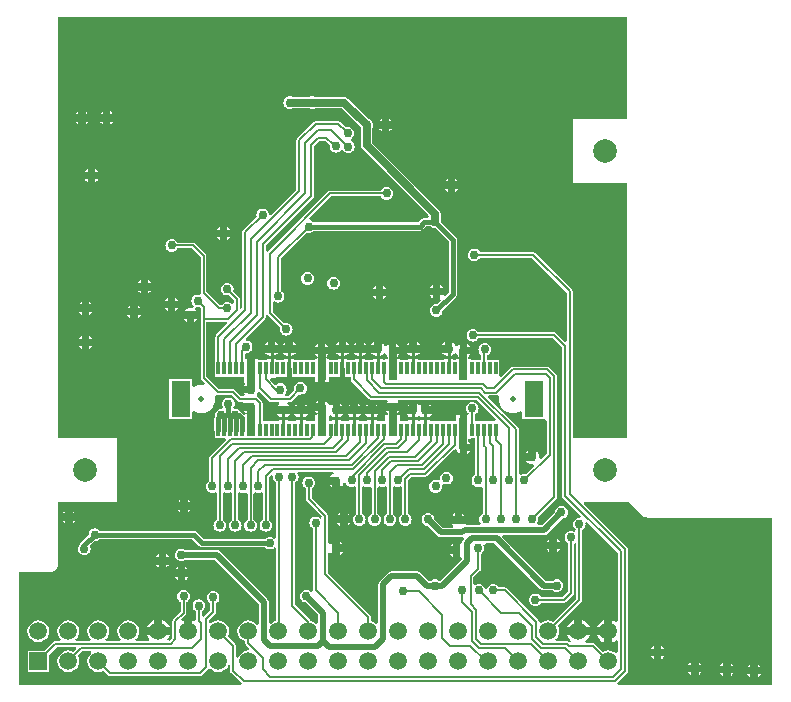
<source format=gbl>
%FSLAX25Y25*%
%MOIN*%
G70*
G01*
G75*
G04 Layer_Physical_Order=2*
G04 Layer_Color=16711680*
%ADD10R,0.03937X0.03937*%
%ADD11O,0.02362X0.08661*%
%ADD12R,0.02559X0.04331*%
%ADD13R,0.03937X0.03543*%
%ADD14R,0.03543X0.03937*%
%ADD15R,0.05118X0.07087*%
%ADD16R,0.03937X0.04331*%
%ADD17R,0.03937X0.03937*%
%ADD18R,0.04331X0.02559*%
%ADD19O,0.01378X0.06693*%
%ADD20O,0.06693X0.01772*%
%ADD21R,0.09449X0.03937*%
%ADD22R,0.09449X0.12992*%
%ADD23C,0.03000*%
%ADD24C,0.00700*%
%ADD25C,0.01969*%
%ADD26C,0.05000*%
%ADD27C,0.00800*%
%ADD28C,0.04000*%
%ADD29C,0.02000*%
%ADD30C,0.00787*%
%ADD31C,0.01500*%
%ADD32C,0.01000*%
%ADD33C,0.02500*%
%ADD34C,0.01969*%
%ADD35R,0.05906X0.05906*%
%ADD36C,0.05906*%
%ADD37C,0.07874*%
%ADD38C,0.03000*%
%ADD39R,0.01181X0.04331*%
%ADD40R,0.02756X0.05906*%
%ADD41R,0.06299X0.12205*%
G36*
X592136Y258589D02*
X588417Y254871D01*
X588207Y254557D01*
X588134Y254186D01*
Y246435D01*
X587912D01*
Y240904D01*
X597551D01*
Y238929D01*
X597714D01*
X597919Y238662D01*
X598097Y238301D01*
X597745Y237843D01*
X597741Y237833D01*
X599929D01*
Y235333D01*
X597741D01*
X597745Y235322D01*
X597970Y235030D01*
X597660Y234402D01*
X596787D01*
X594708Y236480D01*
X594394Y236690D01*
X594024Y236764D01*
X589307D01*
X585150Y240921D01*
Y259236D01*
X591868D01*
X592136Y258589D01*
D02*
G37*
G36*
X631219Y240904D02*
X631691D01*
Y240504D01*
X632031D01*
Y240904D01*
X633409D01*
Y239929D01*
X633483Y239559D01*
X633693Y239244D01*
X639446Y233491D01*
X639760Y233281D01*
X640131Y233208D01*
X645276D01*
X645501Y232545D01*
X645390Y232460D01*
X644989Y231938D01*
X644985Y231927D01*
X649361D01*
X649357Y231938D01*
X648956Y232460D01*
X648846Y232545D01*
X649071Y233208D01*
X675140D01*
X681739Y226609D01*
X681471Y225962D01*
X674761D01*
Y228430D01*
X674807Y228449D01*
X675246Y228786D01*
X675582Y229224D01*
X675794Y229735D01*
X675866Y230283D01*
X675794Y230832D01*
X675582Y231343D01*
X675246Y231781D01*
X674807Y232118D01*
X674296Y232329D01*
X673748Y232402D01*
X673200Y232329D01*
X672689Y232118D01*
X672250Y231781D01*
X671914Y231343D01*
X671702Y230832D01*
X671630Y230283D01*
X671702Y229735D01*
X671914Y229224D01*
X672250Y228786D01*
X672493Y228600D01*
X672267Y227937D01*
X672045D01*
Y223984D01*
X669545D01*
Y227937D01*
X668417D01*
Y225962D01*
X659590D01*
Y226362D01*
X656410D01*
Y225962D01*
X655653D01*
Y226362D01*
X652472D01*
Y225962D01*
X649551D01*
Y227937D01*
X648798D01*
X648573Y228600D01*
X648956Y228894D01*
X649357Y229416D01*
X649361Y229427D01*
X644985D01*
X644989Y229416D01*
X645390Y228894D01*
X645774Y228600D01*
X645549Y227937D01*
X644795D01*
Y225962D01*
X641874D01*
Y226362D01*
X638693D01*
Y225962D01*
X635968D01*
Y226362D01*
X632787D01*
Y225962D01*
X630063D01*
Y226362D01*
X626882D01*
Y225962D01*
X625929D01*
Y227812D01*
X626592Y228037D01*
X626689Y227910D01*
X627212Y227509D01*
X627820Y227257D01*
X628472Y227171D01*
X629125Y227257D01*
X629733Y227509D01*
X630256Y227910D01*
X630656Y228432D01*
X630661Y228443D01*
X628472D01*
Y229693D01*
X627222D01*
Y231881D01*
X627212Y231877D01*
X626689Y231476D01*
X626644Y231416D01*
X626515Y231399D01*
X625926Y231477D01*
X625735Y231938D01*
X625334Y232460D01*
X624812Y232861D01*
X624801Y232865D01*
Y230677D01*
X623551D01*
Y229427D01*
X621363D01*
X621367Y229416D01*
X621768Y228894D01*
X622152Y228600D01*
X621927Y227937D01*
X621173D01*
Y225962D01*
X618252D01*
Y226362D01*
X615071D01*
Y225962D01*
X613915D01*
Y225962D01*
X612347D01*
Y226362D01*
X609165D01*
Y225962D01*
X603851D01*
Y232055D01*
X603777Y232426D01*
X603567Y232740D01*
X602189Y234118D01*
X601954Y234275D01*
X601840Y234966D01*
X602113Y235322D01*
X602238Y235624D01*
X602925Y235761D01*
X605937Y232748D01*
X606251Y232538D01*
X606622Y232465D01*
X609172D01*
X609397Y231802D01*
X608973Y231476D01*
X608572Y230954D01*
X608568Y230943D01*
X612944D01*
X612940Y230954D01*
X612539Y231476D01*
X612114Y231802D01*
X612339Y232465D01*
X612921D01*
X613292Y232538D01*
X613606Y232748D01*
X615826Y234968D01*
X615916Y234930D01*
X616465Y234858D01*
X617013Y234930D01*
X617524Y235142D01*
X617962Y235479D01*
X618299Y235917D01*
X618510Y236428D01*
X618583Y236976D01*
X618510Y237525D01*
X618299Y238035D01*
X617962Y238474D01*
X617524Y238811D01*
X617013Y239022D01*
X616465Y239094D01*
X615916Y239022D01*
X615406Y238811D01*
X614967Y238474D01*
X614630Y238035D01*
X614419Y237525D01*
X614347Y236976D01*
X614419Y236428D01*
X614456Y236338D01*
X612520Y234402D01*
X611468D01*
X611243Y235065D01*
X611269Y235085D01*
X611606Y235524D01*
X611818Y236034D01*
X611890Y236583D01*
X611818Y237131D01*
X611606Y237642D01*
X611269Y238080D01*
X610831Y238417D01*
X610320Y238629D01*
X609772Y238701D01*
X609223Y238629D01*
X608713Y238417D01*
X608274Y238080D01*
X608081Y238068D01*
X606292Y239857D01*
X606560Y240504D01*
X608409D01*
Y240904D01*
X611134D01*
Y240504D01*
X611474D01*
Y240904D01*
X611947D01*
Y243669D01*
X613502D01*
Y240904D01*
X613974D01*
Y240504D01*
X614315D01*
Y240904D01*
X617439D01*
Y240904D01*
X621173D01*
Y238929D01*
X622301D01*
Y242882D01*
X624801D01*
Y238929D01*
X625929D01*
Y240904D01*
X628850D01*
Y240504D01*
X629191D01*
Y240904D01*
X629663D01*
Y243669D01*
X631219D01*
Y240904D01*
D02*
G37*
G36*
X725291Y326740D02*
X707409D01*
Y305480D01*
X725291D01*
Y220441D01*
X707409D01*
D01*
X707409D01*
X707197Y220654D01*
Y269260D01*
X707123Y269631D01*
X706913Y269945D01*
X694708Y282150D01*
X694394Y282360D01*
X694024Y282433D01*
X676210D01*
X676173Y282524D01*
X675836Y282962D01*
X675398Y283299D01*
X674887Y283510D01*
X674339Y283583D01*
X673790Y283510D01*
X673279Y283299D01*
X672841Y282962D01*
X672504Y282524D01*
X672293Y282013D01*
X672221Y281465D01*
X672293Y280916D01*
X672504Y280405D01*
X672841Y279967D01*
X673279Y279630D01*
X673790Y279419D01*
X674339Y279346D01*
X674887Y279419D01*
X675398Y279630D01*
X675836Y279967D01*
X676173Y280405D01*
X676210Y280496D01*
X693622D01*
X705260Y268859D01*
Y252828D01*
X704613Y252560D01*
X701795Y255378D01*
X701481Y255588D01*
X701110Y255662D01*
X675817D01*
X675779Y255752D01*
X675443Y256191D01*
X675004Y256527D01*
X674493Y256739D01*
X673945Y256811D01*
X673397Y256739D01*
X672886Y256527D01*
X672447Y256191D01*
X672111Y255752D01*
X671899Y255241D01*
X671827Y254693D01*
X671899Y254145D01*
X672111Y253634D01*
X672447Y253195D01*
X672886Y252859D01*
X673397Y252647D01*
X673945Y252575D01*
X674493Y252647D01*
X675004Y252859D01*
X675443Y253195D01*
X675779Y253634D01*
X675817Y253724D01*
X700709D01*
X703685Y250748D01*
Y201150D01*
X703759Y200779D01*
X703969Y200465D01*
X710032Y194401D01*
X709722Y193774D01*
X709378Y193819D01*
X708830Y193747D01*
X708319Y193535D01*
X707880Y193199D01*
X707544Y192760D01*
X707332Y192249D01*
X707260Y191701D01*
X707332Y191153D01*
X707544Y190642D01*
X707880Y190203D01*
X708169Y189981D01*
X708108Y189356D01*
X708072Y189271D01*
X707782Y189127D01*
X707681Y189204D01*
X707170Y189416D01*
X706622Y189488D01*
X706074Y189416D01*
X705563Y189204D01*
X705124Y188868D01*
X704788Y188429D01*
X704576Y187918D01*
X704504Y187370D01*
X704576Y186822D01*
X704788Y186311D01*
X705124Y185872D01*
X705563Y185536D01*
X705653Y185498D01*
Y169267D01*
X703859Y167473D01*
X696683D01*
X696645Y167563D01*
X696309Y168002D01*
X695870Y168338D01*
X695359Y168550D01*
X694811Y168622D01*
X694263Y168550D01*
X693752Y168338D01*
X693313Y168002D01*
X692977Y167563D01*
X692765Y167052D01*
X692693Y166504D01*
X692765Y165956D01*
X692977Y165445D01*
X693313Y165006D01*
X693752Y164670D01*
X694263Y164458D01*
X694811Y164386D01*
X695359Y164458D01*
X695870Y164670D01*
X696309Y165006D01*
X696645Y165445D01*
X696683Y165535D01*
X704260D01*
X704631Y165609D01*
X704945Y165819D01*
X707307Y168181D01*
X707517Y168496D01*
X707591Y168866D01*
Y185044D01*
X708185Y185414D01*
X708409Y185303D01*
Y166748D01*
X700813Y159152D01*
X699990Y159493D01*
X699063Y159615D01*
X698136Y159493D01*
X697271Y159135D01*
X696626Y158640D01*
X695998Y158949D01*
Y159198D01*
X695925Y159569D01*
X695715Y159883D01*
X685260Y170338D01*
X684945Y170548D01*
X684575Y170622D01*
X682608D01*
X682571Y170713D01*
X682234Y171151D01*
X681795Y171488D01*
X681284Y171700D01*
X680736Y171772D01*
X680188Y171700D01*
X679677Y171488D01*
X679239Y171151D01*
X678902Y170713D01*
X678690Y170202D01*
X678675Y170084D01*
X677975D01*
X677959Y170202D01*
X677748Y170713D01*
X677411Y171151D01*
X676972Y171488D01*
X676462Y171700D01*
X675913Y171772D01*
X675365Y171700D01*
X674854Y171488D01*
X674754Y171411D01*
X674126Y171720D01*
Y173977D01*
X676303Y176154D01*
X676513Y176468D01*
X676587Y176839D01*
Y181857D01*
X676677Y181894D01*
X677116Y182231D01*
X677453Y182669D01*
X677664Y183180D01*
X677736Y183728D01*
X677664Y184277D01*
X677463Y184763D01*
X677507Y184829D01*
X678179Y185345D01*
X681143D01*
X696413Y170075D01*
X696943Y169721D01*
X697567Y169597D01*
X700574D01*
X700839Y169394D01*
X701349Y169182D01*
X701898Y169110D01*
X702446Y169182D01*
X702957Y169394D01*
X703395Y169731D01*
X703732Y170169D01*
X703944Y170680D01*
X704016Y171228D01*
X703944Y171777D01*
X703732Y172287D01*
X703395Y172726D01*
X702957Y173063D01*
X702446Y173274D01*
X701898Y173346D01*
X701349Y173274D01*
X700839Y173063D01*
X700574Y172860D01*
X698243D01*
X683648Y187454D01*
X683916Y188101D01*
X697567D01*
X698191Y188225D01*
X698721Y188579D01*
X703690Y193548D01*
X704021Y193592D01*
X704531Y193803D01*
X704970Y194140D01*
X705307Y194579D01*
X705518Y195090D01*
X705591Y195638D01*
X705518Y196186D01*
X705307Y196697D01*
X704970Y197135D01*
X704531Y197472D01*
X704021Y197684D01*
X703472Y197756D01*
X702924Y197684D01*
X702413Y197472D01*
X701975Y197135D01*
X701638Y196697D01*
X701427Y196186D01*
X701383Y195855D01*
X696891Y191364D01*
X695503D01*
X695193Y191991D01*
X695366Y192217D01*
X695577Y192727D01*
X695650Y193276D01*
X695577Y193824D01*
X695540Y193914D01*
X701620Y199995D01*
X701830Y200309D01*
X701904Y200679D01*
Y241100D01*
X701830Y241470D01*
X701620Y241785D01*
X699444Y243960D01*
X699130Y244170D01*
X698759Y244244D01*
X687331D01*
X686960Y244170D01*
X686646Y243960D01*
X683459Y240774D01*
X682813Y241042D01*
Y246435D01*
X678698D01*
Y248034D01*
X678941Y248134D01*
X679380Y248471D01*
X679716Y248909D01*
X679928Y249420D01*
X680000Y249969D01*
X679928Y250517D01*
X679716Y251028D01*
X679380Y251466D01*
X678941Y251803D01*
X678430Y252014D01*
X677882Y252087D01*
X677334Y252014D01*
X676823Y251803D01*
X676384Y251466D01*
X676048Y251028D01*
X675836Y250517D01*
X675764Y249969D01*
X675836Y249420D01*
X676048Y248909D01*
X676384Y248471D01*
X676672Y248250D01*
Y246435D01*
X673173D01*
Y246835D01*
X672420D01*
X672195Y247498D01*
X672578Y247792D01*
X672979Y248314D01*
X672984Y248325D01*
X670795D01*
Y249575D01*
X669545D01*
Y251763D01*
X669534Y251759D01*
X669012Y251358D01*
X668837Y251129D01*
X668143Y251221D01*
X668058Y251426D01*
X667657Y251948D01*
X667135Y252349D01*
X667124Y252354D01*
Y250165D01*
X665874D01*
Y248915D01*
X663686D01*
X663690Y248905D01*
X664091Y248382D01*
X664613Y247982D01*
X665221Y247730D01*
X665874Y247644D01*
X666527Y247730D01*
X667135Y247982D01*
X667657Y248382D01*
X667832Y248611D01*
X668526Y248519D01*
X668611Y248314D01*
X669012Y247792D01*
X669396Y247498D01*
X669171Y246835D01*
X668417D01*
Y246435D01*
X667465D01*
Y246835D01*
X664284D01*
Y246435D01*
X657222D01*
Y246435D01*
X655653D01*
Y246835D01*
X652472D01*
Y246435D01*
X649551D01*
Y246835D01*
X648798D01*
X648573Y247498D01*
X648956Y247792D01*
X649357Y248314D01*
X649361Y248325D01*
X647173D01*
Y249575D01*
X645923D01*
Y251763D01*
X645912Y251759D01*
X645390Y251358D01*
X645215Y251129D01*
X644521Y251221D01*
X644436Y251426D01*
X644035Y251948D01*
X643513Y252349D01*
X643502Y252354D01*
Y250165D01*
X642252D01*
Y248915D01*
X640064D01*
X640068Y248905D01*
X640469Y248382D01*
X640991Y247982D01*
X641599Y247730D01*
X642252Y247644D01*
X642905Y247730D01*
X643513Y247982D01*
X644035Y248382D01*
X644210Y248611D01*
X644904Y248519D01*
X644989Y248314D01*
X645390Y247792D01*
X645774Y247498D01*
X645549Y246835D01*
X644795D01*
Y246435D01*
X643843D01*
Y246835D01*
X640661D01*
Y246435D01*
X637937D01*
Y246835D01*
X634756D01*
Y246435D01*
X632031D01*
Y246835D01*
X628850D01*
Y246435D01*
X625929D01*
Y246835D01*
X625176D01*
X624951Y247498D01*
X625334Y247792D01*
X625735Y248314D01*
X625739Y248325D01*
X621363D01*
X621367Y248314D01*
X621768Y247792D01*
X622152Y247498D01*
X621927Y246835D01*
X621173D01*
Y246435D01*
X617852D01*
Y246435D01*
X614315D01*
Y246835D01*
X611134D01*
Y246435D01*
X608409D01*
Y246835D01*
X605228D01*
Y246435D01*
X602307D01*
Y246835D01*
X601179D01*
Y242882D01*
X598679D01*
Y246835D01*
X597945D01*
Y248279D01*
X598354Y248638D01*
X598903Y248710D01*
X599413Y248922D01*
X599852Y249258D01*
X600189Y249697D01*
X600400Y250208D01*
X600472Y250756D01*
X600400Y251304D01*
X600189Y251815D01*
X599852Y252254D01*
X599413Y252590D01*
X598903Y252802D01*
X598394Y252869D01*
X598330Y253057D01*
X598256Y253619D01*
X604551Y259913D01*
X604761Y260228D01*
X604835Y260598D01*
Y261343D01*
X605505Y261546D01*
X605543Y261488D01*
X609732Y257300D01*
X609694Y257210D01*
X609622Y256661D01*
X609694Y256113D01*
X609906Y255602D01*
X610242Y255164D01*
X610681Y254827D01*
X611192Y254615D01*
X611740Y254543D01*
X612288Y254615D01*
X612799Y254827D01*
X613238Y255164D01*
X613575Y255602D01*
X613786Y256113D01*
X613858Y256661D01*
X613786Y257210D01*
X613575Y257720D01*
X613238Y258159D01*
X612799Y258496D01*
X612288Y258707D01*
X611740Y258780D01*
X611192Y258707D01*
X611101Y258670D01*
X607197Y262574D01*
Y265618D01*
X607825Y265928D01*
X607925Y265851D01*
X608436Y265639D01*
X608984Y265567D01*
X609532Y265639D01*
X610043Y265851D01*
X610482Y266187D01*
X610819Y266626D01*
X611030Y267137D01*
X611102Y267685D01*
X611030Y268233D01*
X610819Y268744D01*
X610482Y269183D01*
X610043Y269519D01*
X609953Y269557D01*
Y280276D01*
X618582Y288905D01*
X618672Y288867D01*
X619220Y288795D01*
X619769Y288867D01*
X620280Y289079D01*
X620718Y289416D01*
X620811Y289537D01*
X656228D01*
X656755Y289642D01*
X657202Y289940D01*
X658373Y291112D01*
X659756D01*
X659849Y290990D01*
X660287Y290654D01*
X660798Y290442D01*
X661346Y290370D01*
X661498Y290390D01*
X665875Y286013D01*
Y269043D01*
X664550Y267717D01*
X664113Y268010D01*
X662990D01*
Y266887D01*
X663283Y266450D01*
X661892Y265059D01*
X661740Y265079D01*
X661192Y265007D01*
X660681Y264795D01*
X660242Y264458D01*
X659906Y264020D01*
X659694Y263509D01*
X659622Y262961D01*
X659694Y262412D01*
X659906Y261902D01*
X660242Y261463D01*
X660681Y261126D01*
X661192Y260915D01*
X661740Y260842D01*
X662288Y260915D01*
X662799Y261126D01*
X663238Y261463D01*
X663575Y261902D01*
X663786Y262412D01*
X663858Y262961D01*
X663838Y263112D01*
X668225Y267499D01*
X668225Y267499D01*
X668524Y267946D01*
X668628Y268472D01*
X668628Y268473D01*
Y286583D01*
X668628Y286583D01*
X668524Y287109D01*
X668225Y287556D01*
X663445Y292337D01*
X663465Y292488D01*
X663392Y293036D01*
X663233Y293422D01*
Y295244D01*
X663113Y295846D01*
X663089Y295966D01*
X662680Y296578D01*
X640398Y318860D01*
Y323838D01*
X640558Y324223D01*
X640630Y324772D01*
X640558Y325320D01*
X640346Y325831D01*
X640010Y326269D01*
X639571Y326606D01*
X639185Y326766D01*
X632365Y333586D01*
X631753Y333995D01*
X631032Y334138D01*
X621335D01*
X620950Y334298D01*
X620402Y334370D01*
X619853Y334298D01*
X619468Y334138D01*
X613855D01*
X613470Y334298D01*
X612921Y334370D01*
X612373Y334298D01*
X611862Y334086D01*
X611423Y333750D01*
X611087Y333311D01*
X610875Y332800D01*
X610803Y332252D01*
X610875Y331704D01*
X611087Y331193D01*
X611423Y330754D01*
X611862Y330418D01*
X612373Y330206D01*
X612921Y330134D01*
X613470Y330206D01*
X613855Y330366D01*
X619468D01*
X619853Y330206D01*
X620402Y330134D01*
X620950Y330206D01*
X621335Y330366D01*
X630250D01*
X636518Y324098D01*
X636626Y323838D01*
Y318079D01*
X636769Y317357D01*
X637178Y316745D01*
X659412Y294511D01*
X659144Y293865D01*
X657803D01*
X657803Y293865D01*
X657276Y293760D01*
X656830Y293461D01*
X655658Y292290D01*
X620811D01*
X620718Y292411D01*
X620280Y292748D01*
X619769Y292959D01*
X619608Y292981D01*
X619383Y293643D01*
X626708Y300968D01*
X643333D01*
X643370Y300878D01*
X643707Y300439D01*
X644146Y300103D01*
X644657Y299891D01*
X645205Y299819D01*
X645753Y299891D01*
X646264Y300103D01*
X646702Y300439D01*
X647039Y300878D01*
X647251Y301389D01*
X647323Y301937D01*
X647251Y302485D01*
X647039Y302996D01*
X646702Y303435D01*
X646264Y303771D01*
X645753Y303983D01*
X645205Y304055D01*
X644657Y303983D01*
X644146Y303771D01*
X643707Y303435D01*
X643370Y302996D01*
X643333Y302906D01*
X626307D01*
X625936Y302832D01*
X625622Y302622D01*
X605543Y282543D01*
X605505Y282485D01*
X604835Y282688D01*
Y284579D01*
X620693Y300437D01*
X620903Y300751D01*
X620976Y301122D01*
Y317650D01*
X622799Y319472D01*
X624725D01*
X626199Y317998D01*
X626158Y317685D01*
X626230Y317137D01*
X626441Y316626D01*
X626778Y316187D01*
X627216Y315851D01*
X627727Y315639D01*
X628276Y315567D01*
X628824Y315639D01*
X629335Y315851D01*
X629773Y316187D01*
X629917Y316374D01*
X630617D01*
X630912Y315990D01*
X631350Y315654D01*
X631861Y315442D01*
X632409Y315370D01*
X632958Y315442D01*
X633468Y315654D01*
X633907Y315990D01*
X634244Y316429D01*
X634455Y316940D01*
X634528Y317488D01*
X634455Y318036D01*
X634244Y318547D01*
X633907Y318986D01*
X633468Y319322D01*
X633178Y319443D01*
Y320143D01*
X633272Y320181D01*
X633710Y320518D01*
X634047Y320957D01*
X634259Y321467D01*
X634331Y322016D01*
X634259Y322564D01*
X634047Y323075D01*
X633710Y323514D01*
X633272Y323850D01*
X632761Y324062D01*
X632213Y324134D01*
X631664Y324062D01*
X631574Y324024D01*
X629748Y325850D01*
X629434Y326060D01*
X629063Y326134D01*
X621555D01*
X621184Y326060D01*
X620870Y325850D01*
X615386Y320366D01*
X615176Y320052D01*
X615102Y319682D01*
Y303154D01*
X606704Y294756D01*
X606281Y294811D01*
X605976Y294915D01*
X605912Y295399D01*
X605700Y295910D01*
X605364Y296348D01*
X604925Y296685D01*
X604414Y296896D01*
X603866Y296969D01*
X603318Y296896D01*
X602807Y296685D01*
X602368Y296348D01*
X602032Y295910D01*
X601820Y295399D01*
X601748Y294850D01*
X601820Y294302D01*
X601858Y294212D01*
X597276Y289630D01*
X597066Y289316D01*
X596992Y288945D01*
Y263833D01*
X596410Y263444D01*
X596173Y263542D01*
Y266898D01*
X596100Y267268D01*
X595890Y267583D01*
X594064Y269409D01*
X594101Y269499D01*
X594173Y270047D01*
X594101Y270595D01*
X593890Y271106D01*
X593553Y271545D01*
X593114Y271882D01*
X592603Y272093D01*
X592055Y272165D01*
X591507Y272093D01*
X590996Y271882D01*
X590557Y271545D01*
X590221Y271106D01*
X590009Y270595D01*
X589937Y270047D01*
X590009Y269499D01*
X590221Y268988D01*
X590557Y268549D01*
X590996Y268213D01*
X591507Y268001D01*
X592055Y267929D01*
X592603Y268001D01*
X592694Y268039D01*
X594236Y266496D01*
Y265444D01*
X593573Y265219D01*
X593553Y265246D01*
X593114Y265582D01*
X592603Y265794D01*
X592055Y265866D01*
X591507Y265794D01*
X590996Y265582D01*
X590557Y265246D01*
X590279Y264883D01*
X589580Y264837D01*
X585150Y269267D01*
Y281071D01*
X585076Y281441D01*
X584866Y281756D01*
X581323Y285299D01*
X581008Y285509D01*
X580638Y285583D01*
X575423D01*
X575386Y285673D01*
X575049Y286112D01*
X574610Y286449D01*
X574099Y286660D01*
X573551Y286732D01*
X573003Y286660D01*
X572492Y286449D01*
X572053Y286112D01*
X571717Y285673D01*
X571505Y285162D01*
X571433Y284614D01*
X571505Y284066D01*
X571717Y283555D01*
X572053Y283116D01*
X572492Y282780D01*
X573003Y282568D01*
X573551Y282496D01*
X574099Y282568D01*
X574610Y282780D01*
X575049Y283116D01*
X575386Y283555D01*
X575423Y283646D01*
X580237D01*
X583213Y280670D01*
Y268866D01*
X583286Y268495D01*
X583286Y268495D01*
X582761Y268156D01*
X582213Y268228D01*
X581664Y268156D01*
X581153Y267945D01*
X580715Y267608D01*
X580378Y267169D01*
X580167Y266658D01*
X580094Y266110D01*
X580167Y265562D01*
X580378Y265051D01*
X580715Y264613D01*
X581076Y264335D01*
X580747Y263765D01*
X580747Y263765D01*
X580726Y263729D01*
X580503Y263822D01*
X579850Y263907D01*
X579198Y263822D01*
X578590Y263570D01*
X578067Y263169D01*
X577667Y262647D01*
X577662Y262636D01*
X582039D01*
X582034Y262647D01*
X581633Y263169D01*
X581189Y263510D01*
X581518Y264080D01*
X581518D01*
X581539Y264116D01*
X581664Y264064D01*
X582213Y263992D01*
X582686Y264054D01*
X583213Y263593D01*
Y260205D01*
Y240520D01*
X583286Y240149D01*
X583496Y239835D01*
X584713Y238618D01*
X584353Y238017D01*
X584308Y238031D01*
X583394Y238121D01*
X582479Y238031D01*
X581600Y237764D01*
X580854Y237366D01*
X580254Y237725D01*
Y240135D01*
X572754D01*
Y226731D01*
X580254D01*
Y229141D01*
X580854Y229501D01*
X581600Y229102D01*
X582479Y228835D01*
X583394Y228745D01*
X584308Y228835D01*
X585188Y229102D01*
X585998Y229535D01*
X586709Y230118D01*
X587292Y230829D01*
X587725Y231639D01*
X587992Y232519D01*
X588082Y233433D01*
X587992Y234348D01*
X587945Y234502D01*
X588507Y234919D01*
X588535Y234900D01*
X588905Y234827D01*
X593622D01*
X595701Y232748D01*
X596015Y232538D01*
X596386Y232465D01*
X597059D01*
X597622Y232032D01*
X597692Y231927D01*
X599929D01*
Y229427D01*
X597741D01*
X597745Y229416D01*
X598146Y228894D01*
X598530Y228600D01*
X598421Y228280D01*
X597739Y228121D01*
X596965Y228895D01*
X596519Y229193D01*
X596476Y229202D01*
X596309Y229419D01*
X595870Y229756D01*
X595359Y229967D01*
X594811Y230039D01*
X594482Y229996D01*
X594132Y230602D01*
X594283Y230799D01*
X594495Y231310D01*
X594567Y231858D01*
X594495Y232406D01*
X594283Y232917D01*
X593947Y233356D01*
X593508Y233693D01*
X592997Y233904D01*
X592449Y233976D01*
X591901Y233904D01*
X591390Y233693D01*
X590951Y233356D01*
X590615Y232917D01*
X590403Y232406D01*
X590331Y231858D01*
X590403Y231310D01*
X590615Y230799D01*
X590766Y230602D01*
X590416Y229996D01*
X590087Y230039D01*
X589538Y229967D01*
X589028Y229756D01*
X588589Y229419D01*
X588252Y228980D01*
X588041Y228469D01*
X587968Y227921D01*
X587996Y227711D01*
X587831Y227464D01*
X587726Y226937D01*
Y223197D01*
X587831Y222670D01*
X587912Y222549D01*
Y220431D01*
X591336D01*
X591604Y219785D01*
X586350Y214531D01*
X586140Y214217D01*
X586067Y213846D01*
Y206171D01*
X585976Y206134D01*
X585538Y205797D01*
X585201Y205358D01*
X584990Y204847D01*
X584917Y204299D01*
X584990Y203751D01*
X585201Y203240D01*
X585538Y202801D01*
X585976Y202465D01*
X586487Y202253D01*
X587035Y202181D01*
X587584Y202253D01*
X588044Y202444D01*
X588181Y202352D01*
X588626Y201772D01*
Y193179D01*
X588535Y193141D01*
X588097Y192805D01*
X587760Y192366D01*
X587548Y191855D01*
X587476Y191307D01*
X587548Y190759D01*
X587760Y190248D01*
X588097Y189809D01*
X588535Y189473D01*
X589046Y189261D01*
X589595Y189189D01*
X590143Y189261D01*
X590654Y189473D01*
X591092Y189809D01*
X591429Y190248D01*
X591640Y190759D01*
X591713Y191307D01*
X591640Y191855D01*
X591429Y192366D01*
X591092Y192805D01*
X590654Y193141D01*
X590563Y193179D01*
Y201772D01*
X591008Y202352D01*
X591145Y202444D01*
X591605Y202253D01*
X592154Y202181D01*
X592702Y202253D01*
X593162Y202444D01*
X593299Y202352D01*
X593744Y201772D01*
Y193179D01*
X593653Y193141D01*
X593215Y192805D01*
X592878Y192366D01*
X592667Y191855D01*
X592594Y191307D01*
X592667Y190759D01*
X592878Y190248D01*
X593215Y189809D01*
X593653Y189473D01*
X594164Y189261D01*
X594713Y189189D01*
X595261Y189261D01*
X595772Y189473D01*
X596210Y189809D01*
X596547Y190248D01*
X596759Y190759D01*
X596831Y191307D01*
X596759Y191855D01*
X596547Y192366D01*
X596210Y192805D01*
X595772Y193141D01*
X595681Y193179D01*
Y201772D01*
X596126Y202352D01*
X596263Y202444D01*
X596723Y202253D01*
X597272Y202181D01*
X597820Y202253D01*
X598280Y202444D01*
X598417Y202352D01*
X598862Y201772D01*
Y193179D01*
X598772Y193141D01*
X598333Y192805D01*
X597996Y192366D01*
X597785Y191855D01*
X597713Y191307D01*
X597785Y190759D01*
X597996Y190248D01*
X598333Y189809D01*
X598772Y189473D01*
X599283Y189261D01*
X599831Y189189D01*
X600379Y189261D01*
X600890Y189473D01*
X601329Y189809D01*
X601665Y190248D01*
X601877Y190759D01*
X601949Y191307D01*
X601877Y191855D01*
X601665Y192366D01*
X601329Y192805D01*
X600890Y193141D01*
X600799Y193179D01*
Y201772D01*
X601244Y202352D01*
X601381Y202444D01*
X601842Y202253D01*
X602390Y202181D01*
X602938Y202253D01*
X603398Y202444D01*
X603535Y202352D01*
X603980Y201772D01*
Y193179D01*
X603890Y193141D01*
X603451Y192805D01*
X603115Y192366D01*
X602903Y191855D01*
X602831Y191307D01*
X602903Y190759D01*
X603115Y190248D01*
X603451Y189809D01*
X603890Y189473D01*
X604401Y189261D01*
X604949Y189189D01*
X605497Y189261D01*
X606008Y189473D01*
X606447Y189809D01*
X606783Y190248D01*
X606995Y190759D01*
X607067Y191307D01*
X606995Y191855D01*
X606783Y192366D01*
X606447Y192805D01*
X606008Y193141D01*
X605917Y193179D01*
Y207320D01*
X606674Y208076D01*
X607302Y207766D01*
X607260Y207449D01*
X607332Y206901D01*
X607544Y206390D01*
X607880Y205951D01*
X608319Y205614D01*
X608409Y205577D01*
Y187098D01*
X607747Y186873D01*
X607726Y186899D01*
X607287Y187236D01*
X606777Y187448D01*
X606228Y187520D01*
X605680Y187448D01*
X605169Y187236D01*
X604731Y186899D01*
X604637Y186778D01*
X584358D01*
X582005Y189131D01*
X581558Y189429D01*
X581032Y189534D01*
X549551D01*
X549458Y189655D01*
X549020Y189992D01*
X548509Y190203D01*
X547961Y190276D01*
X547412Y190203D01*
X546902Y189992D01*
X546463Y189655D01*
X546126Y189216D01*
X545915Y188706D01*
X545843Y188157D01*
X545862Y188006D01*
X543444Y185588D01*
X543146Y185141D01*
X543137Y185098D01*
X542920Y184931D01*
X542583Y184492D01*
X542371Y183981D01*
X542299Y183433D01*
X542371Y182885D01*
X542583Y182374D01*
X542920Y181935D01*
X543358Y181599D01*
X543869Y181387D01*
X544417Y181315D01*
X544966Y181387D01*
X545476Y181599D01*
X545915Y181935D01*
X546252Y182374D01*
X546463Y182885D01*
X546535Y183433D01*
X546463Y183981D01*
X546252Y184492D01*
X546247Y184498D01*
X547809Y186059D01*
X547961Y186039D01*
X548509Y186111D01*
X549020Y186323D01*
X549458Y186660D01*
X549551Y186781D01*
X580461D01*
X582814Y184428D01*
X583261Y184130D01*
X583787Y184025D01*
X604637D01*
X604731Y183904D01*
X605169Y183567D01*
X605680Y183356D01*
X606228Y183283D01*
X606777Y183356D01*
X607287Y183567D01*
X607726Y183904D01*
X607747Y183930D01*
X608409Y183705D01*
Y159529D01*
X608136Y159493D01*
X607271Y159135D01*
X606529Y158565D01*
X605891Y159055D01*
Y165717D01*
X605767Y166341D01*
X605413Y166870D01*
X589665Y182618D01*
X589136Y182972D01*
X588512Y183096D01*
X578024D01*
X577760Y183299D01*
X577249Y183510D01*
X576701Y183583D01*
X576153Y183510D01*
X575642Y183299D01*
X575203Y182962D01*
X574866Y182524D01*
X574655Y182013D01*
X574583Y181465D01*
X574655Y180916D01*
X574866Y180405D01*
X575203Y179967D01*
X575642Y179630D01*
X576153Y179419D01*
X576701Y179347D01*
X577249Y179419D01*
X577760Y179630D01*
X578024Y179833D01*
X587836D01*
X602629Y165041D01*
Y158310D01*
X601966Y158085D01*
X601597Y158565D01*
X600855Y159135D01*
X599990Y159493D01*
X599063Y159615D01*
X598136Y159493D01*
X597271Y159135D01*
X596529Y158565D01*
X595960Y157823D01*
X595602Y156959D01*
X595480Y156032D01*
X595602Y155104D01*
X595960Y154240D01*
X596529Y153498D01*
X597271Y152928D01*
X598094Y152587D01*
Y152016D01*
X598168Y151645D01*
X598378Y151331D01*
X599480Y150229D01*
X599171Y149601D01*
X599063Y149615D01*
X598136Y149493D01*
X597271Y149135D01*
X596529Y148565D01*
X595960Y147823D01*
X595679Y147145D01*
X594992Y147282D01*
Y151071D01*
X594918Y151442D01*
X594708Y151756D01*
X592183Y154281D01*
X592524Y155104D01*
X592646Y156032D01*
X592524Y156959D01*
X592166Y157823D01*
X591597Y158565D01*
X590855Y159135D01*
X589990Y159493D01*
X589063Y159615D01*
X588135Y159493D01*
X587271Y159135D01*
X586565Y158593D01*
X586365Y158692D01*
X585937Y159020D01*
Y159803D01*
X588016Y161882D01*
X588226Y162196D01*
X588299Y162567D01*
Y165419D01*
X588390Y165457D01*
X588828Y165794D01*
X589165Y166232D01*
X589377Y166743D01*
X589449Y167291D01*
X589377Y167840D01*
X589165Y168350D01*
X588828Y168789D01*
X588390Y169126D01*
X587879Y169337D01*
X587331Y169410D01*
X586783Y169337D01*
X586272Y169126D01*
X585833Y168789D01*
X585496Y168350D01*
X585285Y167840D01*
X585213Y167291D01*
X585285Y166743D01*
X585496Y166232D01*
X585833Y165794D01*
X586272Y165457D01*
X586362Y165419D01*
Y162968D01*
X584284Y160890D01*
X584245Y160831D01*
X583575Y161035D01*
Y162664D01*
X583665Y162701D01*
X584104Y163038D01*
X584441Y163476D01*
X584652Y163987D01*
X584724Y164535D01*
X584652Y165084D01*
X584441Y165594D01*
X584104Y166033D01*
X583665Y166370D01*
X583154Y166581D01*
X582606Y166654D01*
X582058Y166581D01*
X581547Y166370D01*
X581109Y166033D01*
X580772Y165594D01*
X580560Y165084D01*
X580488Y164535D01*
X580560Y163987D01*
X580772Y163476D01*
X581109Y163038D01*
X581547Y162701D01*
X581638Y162664D01*
Y160242D01*
X581056Y159484D01*
X581056D01*
D01*
D01*
X580313Y159792D01*
Y156032D01*
X577813D01*
Y159792D01*
X577190Y159534D01*
X576801Y160116D01*
X578173Y161488D01*
X578383Y161803D01*
X578457Y162173D01*
Y165813D01*
X578547Y165851D01*
X578986Y166187D01*
X579322Y166626D01*
X579534Y167137D01*
X579606Y167685D01*
X579534Y168233D01*
X579322Y168744D01*
X578986Y169183D01*
X578547Y169519D01*
X578036Y169731D01*
X577488Y169803D01*
X576940Y169731D01*
X576429Y169519D01*
X575990Y169183D01*
X575654Y168744D01*
X575442Y168233D01*
X575370Y167685D01*
X575442Y167137D01*
X575654Y166626D01*
X575990Y166187D01*
X576429Y165851D01*
X576520Y165813D01*
Y162574D01*
X574047Y160102D01*
X573837Y159788D01*
X573764Y159417D01*
Y153738D01*
X572878Y152853D01*
X572188Y152967D01*
X571994Y153359D01*
X572516Y154038D01*
X572824Y154781D01*
X565302D01*
X565610Y154038D01*
X566132Y153359D01*
X565822Y152731D01*
X561686D01*
X561461Y153394D01*
X561597Y153498D01*
X562166Y154240D01*
X562524Y155104D01*
X562646Y156032D01*
X562524Y156959D01*
X562166Y157823D01*
X561597Y158565D01*
X560855Y159135D01*
X559990Y159493D01*
X559063Y159615D01*
X558136Y159493D01*
X557271Y159135D01*
X556529Y158565D01*
X555960Y157823D01*
X555602Y156959D01*
X555480Y156032D01*
X555602Y155104D01*
X555960Y154240D01*
X556529Y153498D01*
X556665Y153394D01*
X556440Y152731D01*
X551686D01*
X551461Y153394D01*
X551597Y153498D01*
X552166Y154240D01*
X552524Y155104D01*
X552646Y156032D01*
X552524Y156959D01*
X552166Y157823D01*
X551597Y158565D01*
X550855Y159135D01*
X549990Y159493D01*
X549063Y159615D01*
X548136Y159493D01*
X547271Y159135D01*
X546529Y158565D01*
X545960Y157823D01*
X545602Y156959D01*
X545480Y156032D01*
X545602Y155104D01*
X545960Y154240D01*
X546529Y153498D01*
X546665Y153394D01*
X546440Y152731D01*
X541686D01*
X541461Y153394D01*
X541597Y153498D01*
X542166Y154240D01*
X542524Y155104D01*
X542646Y156032D01*
X542524Y156959D01*
X542166Y157823D01*
X541597Y158565D01*
X540855Y159135D01*
X539990Y159493D01*
X539063Y159615D01*
X538135Y159493D01*
X537271Y159135D01*
X536529Y158565D01*
X535960Y157823D01*
X535602Y156959D01*
X535480Y156032D01*
X535602Y155104D01*
X535960Y154240D01*
X536529Y153498D01*
X536665Y153394D01*
X536440Y152731D01*
X534794D01*
X534423Y152657D01*
X534109Y152447D01*
X531246Y149584D01*
X525510D01*
Y142479D01*
X532616D01*
Y148214D01*
X535195Y150794D01*
X541541D01*
X541809Y150147D01*
X540813Y149152D01*
X539990Y149493D01*
X539063Y149615D01*
X538135Y149493D01*
X537271Y149135D01*
X536529Y148565D01*
X535960Y147823D01*
X535602Y146959D01*
X535480Y146031D01*
X535602Y145104D01*
X535960Y144240D01*
X536529Y143498D01*
X537271Y142928D01*
X538135Y142570D01*
X539063Y142448D01*
X539990Y142570D01*
X540855Y142928D01*
X541597Y143498D01*
X542166Y144240D01*
X542524Y145104D01*
X542646Y146031D01*
X542524Y146959D01*
X542183Y147782D01*
X543795Y149394D01*
X546520D01*
X546745Y148731D01*
X546529Y148565D01*
X545960Y147823D01*
X545602Y146959D01*
X545480Y146031D01*
X545602Y145104D01*
X545960Y144240D01*
X546529Y143498D01*
X547271Y142928D01*
X548136Y142570D01*
X549063Y142448D01*
X549990Y142570D01*
X550814Y142911D01*
X552381Y141344D01*
X552695Y141134D01*
X553066Y141060D01*
X583000D01*
X583371Y141134D01*
X583685Y141344D01*
X585653Y143312D01*
X585793Y143522D01*
X586493Y143545D01*
X586529Y143498D01*
X587271Y142928D01*
X588135Y142570D01*
X589063Y142448D01*
X589990Y142570D01*
X590855Y142928D01*
X591597Y143498D01*
X592166Y144240D01*
X592369Y144728D01*
X593055Y144591D01*
Y142882D01*
X593129Y142511D01*
X593339Y142197D01*
X596882Y138654D01*
X596440Y137992D01*
X522599D01*
Y175724D01*
X533000D01*
X533671Y175813D01*
X534295Y176071D01*
X534832Y176483D01*
X535244Y177020D01*
X535502Y177645D01*
X535591Y178315D01*
Y199181D01*
X555441D01*
Y220441D01*
X535591D01*
Y360764D01*
X725291D01*
Y326740D01*
D02*
G37*
G36*
X674748Y208180D02*
X674559Y208102D01*
X674120Y207766D01*
X673784Y207327D01*
X673572Y206816D01*
X673500Y206268D01*
X673572Y205719D01*
X673784Y205209D01*
X674120Y204770D01*
X674559Y204433D01*
X675070Y204222D01*
X675618Y204150D01*
X676166Y204222D01*
X676626Y204412D01*
X676763Y204321D01*
X677209Y203741D01*
Y195147D01*
X677118Y195110D01*
X676679Y194773D01*
X676343Y194335D01*
X676131Y193824D01*
X676059Y193276D01*
X676131Y192727D01*
X676343Y192217D01*
X676515Y191991D01*
X676206Y191364D01*
X671913D01*
X671431Y191733D01*
X671334Y191878D01*
X666885D01*
X666889Y191867D01*
X667290Y191345D01*
X667428Y191239D01*
X667203Y190576D01*
X663991D01*
X661074Y193493D01*
X661030Y193824D01*
X660819Y194335D01*
X660482Y194773D01*
X660043Y195110D01*
X659532Y195322D01*
X658984Y195394D01*
X658436Y195322D01*
X657925Y195110D01*
X657486Y194773D01*
X657150Y194335D01*
X656938Y193824D01*
X656866Y193276D01*
X656938Y192727D01*
X657150Y192217D01*
X657486Y191778D01*
X657925Y191441D01*
X658436Y191230D01*
X658767Y191186D01*
X662161Y187791D01*
X662691Y187438D01*
X663315Y187313D01*
X670402D01*
X670692Y187371D01*
X671022Y186754D01*
X670823Y186555D01*
X670469Y186026D01*
X670357Y185463D01*
X669702Y185217D01*
X669694Y185223D01*
X669683Y185228D01*
Y183039D01*
Y180851D01*
X669694Y180856D01*
X669717Y180874D01*
X670069Y180700D01*
X670183Y180009D01*
X663033Y172860D01*
X662670D01*
X662405Y173063D01*
X661895Y173274D01*
X661346Y173346D01*
X660798Y173274D01*
X660287Y173063D01*
X660023Y172860D01*
X659266D01*
X656595Y175531D01*
X656065Y175885D01*
X655441Y176009D01*
X646779D01*
X646155Y175885D01*
X645626Y175531D01*
X642870Y172776D01*
X642516Y172246D01*
X642392Y171622D01*
Y158618D01*
X641729Y158393D01*
X641597Y158565D01*
X640855Y159135D01*
X640032Y159476D01*
Y160835D01*
X639958Y161205D01*
X639748Y161520D01*
X625701Y175567D01*
Y182017D01*
X626364Y182241D01*
X626591Y181945D01*
X627113Y181545D01*
X627124Y181540D01*
Y183728D01*
Y185917D01*
X627113Y185912D01*
X626591Y185511D01*
X626364Y185215D01*
X625701Y185440D01*
Y194457D01*
X625627Y194827D01*
X625417Y195142D01*
X620189Y200370D01*
Y203608D01*
X620280Y203646D01*
X620718Y203983D01*
X621055Y204421D01*
X621266Y204932D01*
X621339Y205480D01*
X621266Y206029D01*
X621055Y206539D01*
X620718Y206978D01*
X620280Y207315D01*
X619769Y207526D01*
X619220Y207598D01*
X618672Y207526D01*
X618161Y207315D01*
X617723Y206978D01*
X617386Y206539D01*
X617174Y206029D01*
X617102Y205480D01*
X617174Y204932D01*
X617386Y204421D01*
X617723Y203983D01*
X618161Y203646D01*
X618252Y203608D01*
Y199969D01*
X618326Y199598D01*
X618536Y199284D01*
X623493Y194326D01*
X623334Y193645D01*
X623101Y193566D01*
X623080Y193592D01*
X622642Y193929D01*
X622131Y194140D01*
X621583Y194213D01*
X621034Y194140D01*
X620524Y193929D01*
X620085Y193592D01*
X619748Y193154D01*
X619537Y192643D01*
X619465Y192095D01*
X619537Y191546D01*
X619748Y191035D01*
X620085Y190597D01*
X620524Y190260D01*
X620614Y190223D01*
Y169653D01*
X620679Y169328D01*
X620041Y169039D01*
X619931Y169183D01*
X619492Y169519D01*
X618981Y169731D01*
X618433Y169803D01*
X617885Y169731D01*
X617374Y169519D01*
X616935Y169183D01*
X616599Y168744D01*
X616387Y168233D01*
X616315Y167685D01*
X616387Y167137D01*
X616599Y166626D01*
X616935Y166187D01*
X617374Y165851D01*
X617885Y165639D01*
X618216Y165596D01*
X622313Y161497D01*
Y158720D01*
X621651Y158495D01*
X621597Y158565D01*
X620855Y159135D01*
X619990Y159493D01*
X619969Y159496D01*
X619958Y159552D01*
X619748Y159866D01*
X614677Y164937D01*
Y205577D01*
X614768Y205614D01*
X615206Y205951D01*
X615543Y206390D01*
X615755Y206901D01*
X615827Y207449D01*
X615755Y207997D01*
X615543Y208508D01*
X615484Y208585D01*
X615793Y209213D01*
X627395D01*
X627532Y208526D01*
X627113Y208353D01*
X626591Y207952D01*
X626190Y207430D01*
X626186Y207419D01*
X628374D01*
Y206169D01*
X629624D01*
Y203981D01*
X629635Y203986D01*
X630157Y204386D01*
X630558Y204908D01*
X630810Y205517D01*
X631572Y205416D01*
X631658Y205209D01*
X631994Y204770D01*
X632433Y204433D01*
X632944Y204222D01*
X633492Y204150D01*
X634040Y204222D01*
X634501Y204412D01*
X634637Y204321D01*
X635083Y203741D01*
Y195147D01*
X634992Y195110D01*
X634553Y194773D01*
X634217Y194335D01*
X634131Y194127D01*
X634131Y194127D01*
X634005Y193824D01*
X633933Y193276D01*
X634005Y192727D01*
X634038Y192648D01*
X634038D01*
X634217Y192217D01*
X634553Y191778D01*
X634992Y191441D01*
X635503Y191230D01*
X636051Y191157D01*
X636599Y191230D01*
X637110Y191441D01*
X637549Y191778D01*
X637886Y192217D01*
X638097Y192727D01*
X638169Y193276D01*
X638097Y193824D01*
X637886Y194335D01*
X637549Y194773D01*
X637110Y195110D01*
X637020Y195147D01*
Y203741D01*
X637465Y204321D01*
X637602Y204412D01*
X638062Y204222D01*
X638610Y204150D01*
X639158Y204222D01*
X639619Y204412D01*
X639756Y204321D01*
X640201Y203741D01*
Y195147D01*
X640110Y195110D01*
X639672Y194773D01*
X639335Y194335D01*
X639123Y193824D01*
X639051Y193276D01*
X639123Y192727D01*
X639335Y192217D01*
X639672Y191778D01*
X640110Y191441D01*
X640621Y191230D01*
X641169Y191157D01*
X641717Y191230D01*
X642228Y191441D01*
X642667Y191778D01*
X643004Y192217D01*
X643215Y192727D01*
X643287Y193276D01*
X643215Y193824D01*
X643004Y194335D01*
X642667Y194773D01*
X642228Y195110D01*
X642138Y195147D01*
Y203741D01*
X642583Y204321D01*
X642720Y204412D01*
X643180Y204222D01*
X643728Y204150D01*
X644277Y204222D01*
X644737Y204412D01*
X644874Y204321D01*
X645319Y203741D01*
Y195147D01*
X645228Y195110D01*
X644790Y194773D01*
X644453Y194335D01*
X644242Y193824D01*
X644169Y193276D01*
X644242Y192727D01*
X644453Y192217D01*
X644790Y191778D01*
X645228Y191441D01*
X645739Y191230D01*
X646287Y191157D01*
X646836Y191230D01*
X647346Y191441D01*
X647785Y191778D01*
X648122Y192217D01*
X648333Y192727D01*
X648406Y193276D01*
X648333Y193824D01*
X648122Y194335D01*
X647785Y194773D01*
X647346Y195110D01*
X647256Y195147D01*
Y203741D01*
X647701Y204321D01*
X647838Y204412D01*
X648298Y204222D01*
X648846Y204150D01*
X649395Y204222D01*
X649855Y204412D01*
X649992Y204321D01*
X650437Y203741D01*
Y195147D01*
X650347Y195110D01*
X649908Y194773D01*
X649571Y194335D01*
X649360Y193824D01*
X649287Y193276D01*
X649360Y192727D01*
X649571Y192217D01*
X649908Y191778D01*
X650347Y191441D01*
X650857Y191230D01*
X651405Y191157D01*
X651954Y191230D01*
X652465Y191441D01*
X652903Y191778D01*
X653240Y192217D01*
X653451Y192727D01*
X653524Y193276D01*
X653451Y193824D01*
X653240Y194335D01*
X652903Y194773D01*
X652465Y195110D01*
X652374Y195147D01*
Y206446D01*
X653502Y207573D01*
X658131D01*
X658502Y207647D01*
X658816Y207857D01*
X667483Y216523D01*
X668238Y216623D01*
X668378Y216595D01*
X668611Y216031D01*
X669012Y215508D01*
X669534Y215108D01*
X669545Y215103D01*
Y217291D01*
X670795D01*
Y218541D01*
X672984D01*
X672979Y218552D01*
X672578Y219074D01*
X672195Y219369D01*
X672420Y220031D01*
X673173D01*
Y220431D01*
X674748D01*
Y208180D01*
D02*
G37*
G36*
X726050Y198924D02*
X730381Y194593D01*
X730917Y194182D01*
X731542Y193923D01*
X732213Y193834D01*
X773716D01*
Y137992D01*
X722575D01*
X722132Y138654D01*
X725417Y141938D01*
X725627Y142253D01*
X725701Y142623D01*
Y183298D01*
X725627Y183669D01*
X725417Y183983D01*
X710866Y198534D01*
X711134Y199181D01*
X725853D01*
X726050Y198924D01*
D02*
G37*
G36*
X722189Y182245D02*
Y159407D01*
X721561Y159097D01*
X721056Y159484D01*
X720313Y159792D01*
Y156032D01*
Y152271D01*
X721056Y152579D01*
X721561Y152966D01*
X722189Y152656D01*
Y149020D01*
X721761Y148692D01*
X721561Y148593D01*
X720855Y149135D01*
X719990Y149493D01*
X719063Y149615D01*
X718135Y149493D01*
X717312Y149152D01*
X714630Y151834D01*
X714316Y152044D01*
X713945Y152118D01*
X711545D01*
X711320Y152781D01*
X711882Y153212D01*
X712516Y154038D01*
X712824Y154781D01*
X705302D01*
X705610Y154038D01*
X706244Y153212D01*
X706806Y152781D01*
X706729Y152556D01*
X706048Y152397D01*
X705997Y152447D01*
X705683Y152657D01*
X705312Y152731D01*
X701686D01*
X701461Y153394D01*
X701597Y153498D01*
X702166Y154240D01*
X702524Y155104D01*
X702646Y156032D01*
X702524Y156959D01*
X702183Y157782D01*
X710063Y165662D01*
X710273Y165976D01*
X710347Y166347D01*
Y189829D01*
X710437Y189866D01*
X710876Y190203D01*
X711212Y190642D01*
X711424Y191153D01*
X711496Y191701D01*
X711451Y192045D01*
X712079Y192355D01*
X722189Y182245D01*
D02*
G37*
G36*
X682749Y234401D02*
X682733Y234348D01*
X682643Y233433D01*
X682733Y232519D01*
X683000Y231639D01*
X683433Y230829D01*
X684016Y230118D01*
X684726Y229535D01*
X685537Y229102D01*
X686416Y228835D01*
X687331Y228745D01*
X688245Y228835D01*
X689125Y229102D01*
X689871Y229501D01*
X690471Y229141D01*
Y226731D01*
X697970D01*
Y226731D01*
X698072D01*
X698567Y226236D01*
Y215232D01*
X696721Y213386D01*
X696093Y213695D01*
X696151Y214142D01*
X696066Y214794D01*
X695814Y215403D01*
X695413Y215925D01*
X694891Y216325D01*
X694880Y216330D01*
Y214142D01*
X693630D01*
Y212892D01*
X691442D01*
X691446Y212881D01*
X691847Y212359D01*
X692369Y211958D01*
X692977Y211706D01*
X693630Y211620D01*
X694076Y211679D01*
X694386Y211051D01*
X691611Y208276D01*
X691521Y208314D01*
X690972Y208386D01*
X690424Y208314D01*
X689964Y208123D01*
X689827Y208215D01*
X689382Y208795D01*
Y223284D01*
X689308Y223655D01*
X689098Y223969D01*
X679106Y233961D01*
X679374Y234608D01*
X681611D01*
X681982Y234682D01*
X682187Y234818D01*
X682749Y234401D01*
D02*
G37*
%LPC*%
G36*
X632183Y195562D02*
Y194624D01*
X633121D01*
X633117Y194635D01*
X632716Y195157D01*
X632194Y195558D01*
X632183Y195562D01*
D02*
G37*
G36*
X538049Y196251D02*
X538038Y196247D01*
X537516Y195846D01*
X537115Y195324D01*
X537111Y195313D01*
X538049D01*
Y196251D01*
D02*
G37*
G36*
X670323Y195316D02*
Y194378D01*
X671261D01*
X671257Y194389D01*
X670856Y194911D01*
X670334Y195312D01*
X670323Y195316D01*
D02*
G37*
G36*
X629683Y195562D02*
X629672Y195558D01*
X629150Y195157D01*
X628749Y194635D01*
X628745Y194624D01*
X629683D01*
Y195562D01*
D02*
G37*
G36*
X540549Y196251D02*
Y195313D01*
X541487D01*
X541483Y195324D01*
X541082Y195846D01*
X540560Y196247D01*
X540549Y196251D01*
D02*
G37*
G36*
X576435Y199991D02*
X576424Y199987D01*
X575902Y199586D01*
X575501Y199064D01*
X575497Y199053D01*
X576435D01*
Y199991D01*
D02*
G37*
G36*
X578935D02*
Y199053D01*
X579873D01*
X579869Y199064D01*
X579468Y199586D01*
X578946Y199987D01*
X578935Y199991D01*
D02*
G37*
G36*
X576435Y196553D02*
X575497D01*
X575501Y196542D01*
X575902Y196020D01*
X576424Y195619D01*
X576435Y195615D01*
Y196553D01*
D02*
G37*
G36*
X579873D02*
X578935D01*
Y195615D01*
X578946Y195619D01*
X579468Y196020D01*
X579869Y196542D01*
X579873Y196553D01*
D02*
G37*
G36*
X699467Y186802D02*
X699456Y186798D01*
X698934Y186397D01*
X698533Y185875D01*
X698528Y185864D01*
X699467D01*
Y186802D01*
D02*
G37*
G36*
X701966D02*
Y185864D01*
X702905D01*
X702900Y185875D01*
X702500Y186397D01*
X701977Y186798D01*
X701966Y186802D01*
D02*
G37*
G36*
X667183Y185228D02*
X667172Y185223D01*
X666650Y184822D01*
X666249Y184300D01*
X666245Y184289D01*
X667183D01*
Y185228D01*
D02*
G37*
G36*
X629624Y185917D02*
Y184978D01*
X630562D01*
X630558Y184989D01*
X630157Y185511D01*
X629635Y185912D01*
X629624Y185917D01*
D02*
G37*
G36*
X629683Y192124D02*
X628745D01*
X628749Y192113D01*
X629150Y191591D01*
X629672Y191190D01*
X629683Y191186D01*
Y192124D01*
D02*
G37*
G36*
X541487Y192813D02*
X540549D01*
Y191875D01*
X540560Y191879D01*
X541082Y192280D01*
X541483Y192802D01*
X541487Y192813D01*
D02*
G37*
G36*
X667823Y195316D02*
X667812Y195312D01*
X667290Y194911D01*
X666889Y194389D01*
X666885Y194378D01*
X667823D01*
Y195316D01*
D02*
G37*
G36*
X633121Y192124D02*
X632183D01*
Y191186D01*
X632194Y191190D01*
X632716Y191591D01*
X633117Y192113D01*
X633121Y192124D01*
D02*
G37*
G36*
X538049Y192813D02*
X537111D01*
X537115Y192802D01*
X537516Y192280D01*
X538038Y191879D01*
X538049Y191875D01*
Y192813D01*
D02*
G37*
G36*
X627124Y204919D02*
X626186D01*
X626190Y204908D01*
X626591Y204386D01*
X627113Y203986D01*
X627124Y203981D01*
Y204919D01*
D02*
G37*
G36*
X652813Y231881D02*
X652802Y231877D01*
X652280Y231476D01*
X651879Y230954D01*
X651875Y230943D01*
X652813D01*
Y231881D01*
D02*
G37*
G36*
X629722Y231881D02*
Y230943D01*
X630661D01*
X630656Y230954D01*
X630256Y231476D01*
X629733Y231877D01*
X629722Y231881D01*
D02*
G37*
G36*
X615411Y231881D02*
X615401Y231877D01*
X614878Y231476D01*
X614478Y230954D01*
X614473Y230943D01*
X615411D01*
Y231881D01*
D02*
G37*
G36*
X617911D02*
Y230943D01*
X618850D01*
X618845Y230954D01*
X618444Y231476D01*
X617922Y231877D01*
X617911Y231881D01*
D02*
G37*
G36*
X633128Y231881D02*
X633117Y231877D01*
X632595Y231476D01*
X632194Y230954D01*
X632190Y230943D01*
X633128D01*
Y231881D01*
D02*
G37*
G36*
X641534D02*
Y230943D01*
X642472D01*
X642467Y230954D01*
X642066Y231476D01*
X641544Y231877D01*
X641534Y231881D01*
D02*
G37*
G36*
X659250D02*
Y230943D01*
X660188D01*
X660184Y230954D01*
X659783Y231476D01*
X659261Y231877D01*
X659250Y231881D01*
D02*
G37*
G36*
X635628D02*
Y230943D01*
X636566D01*
X636562Y230954D01*
X636161Y231476D01*
X635639Y231877D01*
X635628Y231881D01*
D02*
G37*
G36*
X639034D02*
X639023Y231877D01*
X638500Y231476D01*
X638100Y230954D01*
X638095Y230943D01*
X639034D01*
Y231881D01*
D02*
G37*
G36*
X542380Y329322D02*
X542369Y329318D01*
X541847Y328917D01*
X541446Y328395D01*
X541442Y328384D01*
X542380D01*
Y329322D01*
D02*
G37*
G36*
X672984Y216041D02*
X672045D01*
Y215103D01*
X672056Y215108D01*
X672578Y215508D01*
X672979Y216031D01*
X672984Y216041D01*
D02*
G37*
G36*
X665109Y209173D02*
X664561Y209101D01*
X664050Y208890D01*
X663611Y208553D01*
X663274Y208114D01*
X663063Y207603D01*
X662991Y207055D01*
X663051Y206595D01*
X662496Y206169D01*
X662070Y206345D01*
X661521Y206417D01*
X660973Y206345D01*
X660462Y206134D01*
X660023Y205797D01*
X659687Y205358D01*
X659475Y204847D01*
X659403Y204299D01*
X659475Y203751D01*
X659687Y203240D01*
X660023Y202801D01*
X660462Y202465D01*
X660973Y202253D01*
X661521Y202181D01*
X662070Y202253D01*
X662580Y202465D01*
X663019Y202801D01*
X663356Y203240D01*
X663567Y203751D01*
X663639Y204299D01*
X663579Y204760D01*
X664134Y205186D01*
X664561Y205009D01*
X665109Y204937D01*
X665657Y205009D01*
X666168Y205221D01*
X666606Y205557D01*
X666943Y205996D01*
X667155Y206507D01*
X667227Y207055D01*
X667155Y207603D01*
X666943Y208114D01*
X666606Y208553D01*
X666168Y208890D01*
X665657Y209101D01*
X665109Y209173D01*
D02*
G37*
G36*
X544880Y329322D02*
Y328384D01*
X545818D01*
X545814Y328395D01*
X545413Y328917D01*
X544891Y329318D01*
X544880Y329322D01*
D02*
G37*
G36*
X692380Y216330D02*
X692369Y216325D01*
X691847Y215925D01*
X691446Y215403D01*
X691442Y215392D01*
X692380D01*
Y216330D01*
D02*
G37*
G36*
X636566Y228443D02*
X632190D01*
X632194Y228432D01*
X632595Y227910D01*
X633117Y227509D01*
X633725Y227257D01*
X634378Y227171D01*
X635031Y227257D01*
X635639Y227509D01*
X636161Y227910D01*
X636562Y228432D01*
X636566Y228443D01*
D02*
G37*
G36*
X642472D02*
X638095D01*
X638100Y228432D01*
X638500Y227910D01*
X639023Y227509D01*
X639631Y227257D01*
X640283Y227171D01*
X640936Y227257D01*
X641544Y227509D01*
X642066Y227910D01*
X642467Y228432D01*
X642472Y228443D01*
D02*
G37*
G36*
X618850Y228443D02*
X614473D01*
X614478Y228432D01*
X614878Y227910D01*
X615401Y227509D01*
X616009Y227257D01*
X616661Y227171D01*
X617314Y227257D01*
X617922Y227509D01*
X618444Y227910D01*
X618845Y228432D01*
X618850Y228443D01*
D02*
G37*
G36*
X612944Y228443D02*
X608568D01*
X608572Y228432D01*
X608973Y227910D01*
X609495Y227509D01*
X610103Y227257D01*
X610756Y227171D01*
X611409Y227257D01*
X612017Y227509D01*
X612539Y227910D01*
X612940Y228432D01*
X612944Y228443D01*
D02*
G37*
G36*
X746711Y145858D02*
X746700Y145853D01*
X746178Y145452D01*
X745777Y144930D01*
X745772Y144919D01*
X746711D01*
Y145858D01*
D02*
G37*
G36*
X749211D02*
Y144919D01*
X750149D01*
X750144Y144930D01*
X749744Y145452D01*
X749221Y145853D01*
X749211Y145858D01*
D02*
G37*
G36*
X757340Y145464D02*
X757330Y145459D01*
X756808Y145059D01*
X756407Y144536D01*
X756402Y144526D01*
X757340D01*
Y145464D01*
D02*
G37*
G36*
X759840D02*
Y144526D01*
X760779D01*
X760774Y144536D01*
X760374Y145059D01*
X759851Y145459D01*
X759840Y145464D01*
D02*
G37*
G36*
X734309Y147734D02*
X733371D01*
X733375Y147723D01*
X733776Y147201D01*
X734298Y146800D01*
X734309Y146796D01*
Y147734D01*
D02*
G37*
G36*
X736809Y151172D02*
Y150234D01*
X737747D01*
X737743Y150245D01*
X737342Y150767D01*
X736820Y151168D01*
X736809Y151172D01*
D02*
G37*
G36*
X717813Y154781D02*
X715302D01*
X715610Y154038D01*
X716244Y153212D01*
X717070Y152579D01*
X717813Y152271D01*
Y154781D01*
D02*
G37*
G36*
X737747Y147734D02*
X736809D01*
Y146796D01*
X736820Y146800D01*
X737342Y147201D01*
X737743Y147723D01*
X737747Y147734D01*
D02*
G37*
G36*
X734309Y151172D02*
X734298Y151168D01*
X733776Y150767D01*
X733375Y150245D01*
X733371Y150234D01*
X734309D01*
Y151172D01*
D02*
G37*
G36*
X769834Y141632D02*
X768896D01*
Y140694D01*
X768906Y140698D01*
X769429Y141099D01*
X769829Y141621D01*
X769834Y141632D01*
D02*
G37*
G36*
X757340Y142026D02*
X756402D01*
X756407Y142015D01*
X756808Y141493D01*
X757330Y141092D01*
X757340Y141087D01*
Y142026D01*
D02*
G37*
G36*
X553148Y329322D02*
Y328384D01*
X554086D01*
X554081Y328395D01*
X553681Y328917D01*
X553158Y329318D01*
X553148Y329322D01*
D02*
G37*
G36*
X766396Y141632D02*
X765457D01*
X765462Y141621D01*
X765863Y141099D01*
X766385Y140698D01*
X766396Y140694D01*
Y141632D01*
D02*
G37*
G36*
X760779Y142026D02*
X759840D01*
Y141087D01*
X759851Y141092D01*
X760374Y141493D01*
X760774Y142015D01*
X760779Y142026D01*
D02*
G37*
G36*
X766396Y145070D02*
X766385Y145066D01*
X765863Y144665D01*
X765462Y144143D01*
X765457Y144132D01*
X766396D01*
Y145070D01*
D02*
G37*
G36*
X768896D02*
Y144132D01*
X769834D01*
X769829Y144143D01*
X769429Y144665D01*
X768906Y145066D01*
X768896Y145070D01*
D02*
G37*
G36*
X746711Y142419D02*
X745772D01*
X745777Y142409D01*
X746178Y141886D01*
X746700Y141486D01*
X746711Y141481D01*
Y142419D01*
D02*
G37*
G36*
X750149D02*
X749211D01*
Y141481D01*
X749221Y141486D01*
X749744Y141886D01*
X750144Y142409D01*
X750149Y142419D01*
D02*
G37*
G36*
X529063Y159615D02*
X528135Y159493D01*
X527271Y159135D01*
X526529Y158565D01*
X525960Y157823D01*
X525602Y156959D01*
X525480Y156032D01*
X525602Y155104D01*
X525960Y154240D01*
X526529Y153498D01*
X527271Y152928D01*
X528135Y152570D01*
X529063Y152448D01*
X529990Y152570D01*
X530855Y152928D01*
X531597Y153498D01*
X532166Y154240D01*
X532524Y155104D01*
X532646Y156032D01*
X532524Y156959D01*
X532166Y157823D01*
X531597Y158565D01*
X530855Y159135D01*
X529990Y159493D01*
X529063Y159615D01*
D02*
G37*
G36*
X572590Y178246D02*
X571652D01*
Y177308D01*
X571662Y177312D01*
X572185Y177713D01*
X572585Y178235D01*
X572590Y178246D01*
D02*
G37*
G36*
X569152Y181684D02*
X569141Y181680D01*
X568619Y181279D01*
X568218Y180757D01*
X568213Y180746D01*
X569152D01*
Y181684D01*
D02*
G37*
G36*
X578148Y177550D02*
Y176612D01*
X579086D01*
X579081Y176623D01*
X578681Y177145D01*
X578158Y177546D01*
X578148Y177550D01*
D02*
G37*
G36*
X569152Y178246D02*
X568213D01*
X568218Y178235D01*
X568619Y177713D01*
X569141Y177312D01*
X569152Y177308D01*
Y178246D01*
D02*
G37*
G36*
X571652Y181684D02*
Y180746D01*
X572590D01*
X572585Y180757D01*
X572185Y181279D01*
X571662Y181680D01*
X571652Y181684D01*
D02*
G37*
G36*
X699467Y183364D02*
X698528D01*
X698533Y183353D01*
X698934Y182831D01*
X699456Y182430D01*
X699467Y182426D01*
Y183364D01*
D02*
G37*
G36*
X702905D02*
X701966D01*
Y182426D01*
X701977Y182430D01*
X702500Y182831D01*
X702900Y183353D01*
X702905Y183364D01*
D02*
G37*
G36*
X667183Y181789D02*
X666245D01*
X666249Y181779D01*
X666650Y181256D01*
X667172Y180856D01*
X667183Y180851D01*
Y181789D01*
D02*
G37*
G36*
X630562Y182478D02*
X629624D01*
Y181540D01*
X629635Y181545D01*
X630157Y181945D01*
X630558Y182468D01*
X630562Y182478D01*
D02*
G37*
G36*
X707813Y159792D02*
X707070Y159484D01*
X706244Y158851D01*
X705610Y158025D01*
X705302Y157281D01*
X707813D01*
Y159792D01*
D02*
G37*
G36*
X710313D02*
Y157281D01*
X712824D01*
X712516Y158025D01*
X711882Y158851D01*
X711056Y159484D01*
X710313Y159792D01*
D02*
G37*
G36*
X567813D02*
X567070Y159484D01*
X566244Y158851D01*
X565610Y158025D01*
X565302Y157281D01*
X567813D01*
Y159792D01*
D02*
G37*
G36*
X570313D02*
Y157281D01*
X572824D01*
X572516Y158025D01*
X571882Y158851D01*
X571056Y159484D01*
X570313Y159792D01*
D02*
G37*
G36*
X717813D02*
X717070Y159484D01*
X716244Y158851D01*
X715610Y158025D01*
X715302Y157281D01*
X717813D01*
Y159792D01*
D02*
G37*
G36*
X579086Y174112D02*
X578148D01*
Y173174D01*
X578158Y173179D01*
X578681Y173579D01*
X579081Y174101D01*
X579086Y174112D01*
D02*
G37*
G36*
X575648Y177550D02*
X575637Y177546D01*
X575115Y177145D01*
X574714Y176623D01*
X574709Y176612D01*
X575648D01*
Y177550D01*
D02*
G37*
G36*
X550648Y329322D02*
X550637Y329318D01*
X550115Y328917D01*
X549714Y328395D01*
X549709Y328384D01*
X550648D01*
Y329322D01*
D02*
G37*
G36*
X575648Y174112D02*
X574709D01*
X574714Y174101D01*
X575115Y173579D01*
X575637Y173179D01*
X575648Y173174D01*
Y174112D01*
D02*
G37*
G36*
X566684Y269585D02*
X565746D01*
Y268646D01*
X565757Y268651D01*
X566279Y269052D01*
X566680Y269574D01*
X566684Y269585D01*
D02*
G37*
G36*
X627488Y274134D02*
X626940Y274062D01*
X626429Y273850D01*
X625990Y273514D01*
X625654Y273075D01*
X625442Y272564D01*
X625370Y272016D01*
X625442Y271467D01*
X625654Y270957D01*
X625990Y270518D01*
X626429Y270181D01*
X626940Y269970D01*
X627488Y269898D01*
X628036Y269970D01*
X628547Y270181D01*
X628986Y270518D01*
X629322Y270957D01*
X629534Y271467D01*
X629606Y272016D01*
X629534Y272564D01*
X629322Y273075D01*
X628986Y273514D01*
X628547Y273850D01*
X628036Y274062D01*
X627488Y274134D01*
D02*
G37*
G36*
X554086Y325884D02*
X553148D01*
Y324946D01*
X553158Y324950D01*
X553681Y325351D01*
X554081Y325873D01*
X554086Y325884D01*
D02*
G37*
G36*
X563246Y269585D02*
X562308D01*
X562312Y269574D01*
X562713Y269052D01*
X563235Y268651D01*
X563246Y268646D01*
Y269585D01*
D02*
G37*
G36*
X641593Y271054D02*
X641582Y271050D01*
X641059Y270649D01*
X640659Y270127D01*
X640654Y270116D01*
X641593D01*
Y271054D01*
D02*
G37*
G36*
X662990Y271448D02*
Y270510D01*
X663928D01*
X663924Y270521D01*
X663523Y271043D01*
X663001Y271444D01*
X662990Y271448D01*
D02*
G37*
G36*
X618827Y275709D02*
X618279Y275637D01*
X617768Y275425D01*
X617329Y275088D01*
X616992Y274650D01*
X616781Y274139D01*
X616709Y273590D01*
X616781Y273042D01*
X616992Y272532D01*
X617329Y272093D01*
X617768Y271756D01*
X618279Y271545D01*
X618827Y271472D01*
X619375Y271545D01*
X619886Y271756D01*
X620325Y272093D01*
X620661Y272532D01*
X620873Y273042D01*
X620945Y273590D01*
X620873Y274139D01*
X620661Y274650D01*
X620325Y275088D01*
X619886Y275425D01*
X619375Y275637D01*
X618827Y275709D01*
D02*
G37*
G36*
X644093Y271054D02*
Y270116D01*
X645031D01*
X645026Y270127D01*
X644626Y270649D01*
X644103Y271050D01*
X644093Y271054D01*
D02*
G37*
G36*
X660490Y271448D02*
X660479Y271444D01*
X659957Y271043D01*
X659556Y270521D01*
X659552Y270510D01*
X660490D01*
Y271448D01*
D02*
G37*
G36*
X543561Y265936D02*
X543550Y265932D01*
X543028Y265531D01*
X542627Y265009D01*
X542623Y264998D01*
X543561D01*
Y265936D01*
D02*
G37*
G36*
X546061D02*
Y264998D01*
X546999D01*
X546995Y265009D01*
X546594Y265531D01*
X546072Y265932D01*
X546061Y265936D01*
D02*
G37*
G36*
X559723Y264775D02*
X559712Y264770D01*
X559189Y264370D01*
X558789Y263847D01*
X558784Y263837D01*
X559723D01*
Y264775D01*
D02*
G37*
G36*
X562222D02*
Y263837D01*
X563161D01*
X563156Y263847D01*
X562755Y264370D01*
X562233Y264770D01*
X562222Y264775D01*
D02*
G37*
G36*
X572301Y267117D02*
X572290Y267113D01*
X571768Y266712D01*
X571367Y266190D01*
X571363Y266179D01*
X572301D01*
Y267117D01*
D02*
G37*
G36*
X645031Y267616D02*
X644093D01*
Y266678D01*
X644103Y266682D01*
X644626Y267083D01*
X645026Y267605D01*
X645031Y267616D01*
D02*
G37*
G36*
X660490Y268010D02*
X659552D01*
X659556Y267999D01*
X659957Y267477D01*
X660479Y267076D01*
X660490Y267072D01*
Y268010D01*
D02*
G37*
G36*
X574801Y267117D02*
Y266179D01*
X575739D01*
X575735Y266190D01*
X575334Y266712D01*
X574812Y267113D01*
X574801Y267117D01*
D02*
G37*
G36*
X641593Y267616D02*
X640654D01*
X640659Y267605D01*
X641059Y267083D01*
X641582Y266682D01*
X641593Y266678D01*
Y267616D01*
D02*
G37*
G36*
X563246Y273023D02*
X563235Y273018D01*
X562713Y272618D01*
X562312Y272095D01*
X562308Y272085D01*
X563246D01*
Y273023D01*
D02*
G37*
G36*
X545530Y310031D02*
X545519Y310026D01*
X544997Y309626D01*
X544596Y309103D01*
X544591Y309092D01*
X545530D01*
Y310031D01*
D02*
G37*
G36*
X548030D02*
Y309092D01*
X548968D01*
X548963Y309103D01*
X548563Y309626D01*
X548040Y310026D01*
X548030Y310031D01*
D02*
G37*
G36*
X665608Y306881D02*
X665597Y306877D01*
X665075Y306476D01*
X664675Y305954D01*
X664670Y305943D01*
X665608D01*
Y306881D01*
D02*
G37*
G36*
X668108D02*
Y305943D01*
X669046D01*
X669042Y305954D01*
X668641Y306476D01*
X668119Y306877D01*
X668108Y306881D01*
D02*
G37*
G36*
X643561Y323522D02*
X642623D01*
X642627Y323511D01*
X643028Y322989D01*
X643550Y322588D01*
X643561Y322583D01*
Y323522D01*
D02*
G37*
G36*
X545818Y325884D02*
X544880D01*
Y324946D01*
X544891Y324950D01*
X545413Y325351D01*
X545814Y325873D01*
X545818Y325884D01*
D02*
G37*
G36*
X550648D02*
X549709D01*
X549714Y325873D01*
X550115Y325351D01*
X550637Y324950D01*
X550648Y324946D01*
Y325884D01*
D02*
G37*
G36*
X646999Y323522D02*
X646061D01*
Y322583D01*
X646072Y322588D01*
X646594Y322989D01*
X646995Y323511D01*
X646999Y323522D01*
D02*
G37*
G36*
X542380Y325884D02*
X541442D01*
X541446Y325873D01*
X541847Y325351D01*
X542369Y324950D01*
X542380Y324946D01*
Y325884D01*
D02*
G37*
G36*
X593062Y287301D02*
X592124D01*
Y286363D01*
X592135Y286367D01*
X592657Y286768D01*
X593058Y287290D01*
X593062Y287301D01*
D02*
G37*
G36*
X589624Y290739D02*
X589613Y290735D01*
X589091Y290334D01*
X588690Y289812D01*
X588686Y289801D01*
X589624D01*
Y290739D01*
D02*
G37*
G36*
X565746Y273023D02*
Y272085D01*
X566684D01*
X566680Y272095D01*
X566279Y272618D01*
X565757Y273018D01*
X565746Y273023D01*
D02*
G37*
G36*
X589624Y287301D02*
X588686D01*
X588690Y287290D01*
X589091Y286768D01*
X589613Y286367D01*
X589624Y286363D01*
Y287301D01*
D02*
G37*
G36*
X592124Y290739D02*
Y289801D01*
X593062D01*
X593058Y289812D01*
X592657Y290334D01*
X592135Y290735D01*
X592124Y290739D01*
D02*
G37*
G36*
X545530Y306592D02*
X544591D01*
X544596Y306582D01*
X544997Y306060D01*
X545519Y305659D01*
X545530Y305654D01*
Y306592D01*
D02*
G37*
G36*
X548968D02*
X548030D01*
Y305654D01*
X548040Y305659D01*
X548563Y306060D01*
X548963Y306582D01*
X548968Y306592D01*
D02*
G37*
G36*
X665608Y303443D02*
X664670D01*
X664675Y303432D01*
X665075Y302910D01*
X665597Y302509D01*
X665608Y302505D01*
Y303443D01*
D02*
G37*
G36*
X669046D02*
X668108D01*
Y302505D01*
X668119Y302509D01*
X668641Y302910D01*
X669042Y303432D01*
X669046Y303443D01*
D02*
G37*
G36*
X622301Y251763D02*
X622290Y251759D01*
X621768Y251358D01*
X621367Y250836D01*
X621363Y250825D01*
X622301D01*
Y251763D01*
D02*
G37*
G36*
X624801D02*
Y250825D01*
X625739D01*
X625735Y250836D01*
X625334Y251358D01*
X624812Y251759D01*
X624801Y251763D01*
D02*
G37*
G36*
X543561Y251081D02*
X542623D01*
X542627Y251070D01*
X543028Y250548D01*
X543550Y250147D01*
X543561Y250143D01*
Y251081D01*
D02*
G37*
G36*
X546999D02*
X546061D01*
Y250143D01*
X546072Y250147D01*
X546594Y250548D01*
X546995Y251070D01*
X546999Y251081D01*
D02*
G37*
G36*
X648423Y251763D02*
Y250825D01*
X649361D01*
X649357Y250836D01*
X648956Y251358D01*
X648434Y251759D01*
X648423Y251763D01*
D02*
G37*
G36*
X608069Y252354D02*
Y251415D01*
X609007D01*
X609003Y251426D01*
X608602Y251948D01*
X608080Y252349D01*
X608069Y252354D01*
D02*
G37*
G36*
X611474D02*
X611464Y252349D01*
X610941Y251948D01*
X610541Y251426D01*
X610536Y251415D01*
X611474D01*
Y252354D01*
D02*
G37*
G36*
X672045Y251763D02*
Y250825D01*
X672984D01*
X672979Y250836D01*
X672578Y251358D01*
X672056Y251759D01*
X672045Y251763D01*
D02*
G37*
G36*
X605569Y252354D02*
X605558Y252349D01*
X605036Y251948D01*
X604635Y251426D01*
X604631Y251415D01*
X605569D01*
Y252354D01*
D02*
G37*
G36*
X646061Y326960D02*
Y326022D01*
X646999D01*
X646995Y326032D01*
X646594Y326555D01*
X646072Y326955D01*
X646061Y326960D01*
D02*
G37*
G36*
X643561D02*
X643550Y326955D01*
X643028Y326555D01*
X642627Y326032D01*
X642623Y326022D01*
X643561D01*
Y326960D01*
D02*
G37*
G36*
X656750Y231881D02*
X656739Y231877D01*
X656217Y231476D01*
D01*
X655846Y231476D01*
X655324Y231877D01*
X655313Y231881D01*
Y229693D01*
X654063D01*
Y228443D01*
X651875D01*
X651879Y228432D01*
X652280Y227910D01*
X652802Y227509D01*
X653410Y227257D01*
X654063Y227171D01*
X654716Y227257D01*
X655324Y227509D01*
X655846Y227910D01*
X655846Y227910D01*
X656217D01*
X656739Y227509D01*
X657347Y227257D01*
X658000Y227171D01*
X658653Y227257D01*
X659261Y227509D01*
X659783Y227910D01*
X660184Y228432D01*
X660188Y228443D01*
X658000D01*
Y229693D01*
X656750D01*
Y231881D01*
D02*
G37*
G36*
X622301Y232865D02*
X622290Y232861D01*
X621768Y232460D01*
X621367Y231938D01*
X621363Y231927D01*
X622301D01*
Y232865D01*
D02*
G37*
G36*
X609007Y248915D02*
X604631D01*
X604635Y248905D01*
X605036Y248382D01*
X605558Y247982D01*
X606166Y247730D01*
X606819Y247644D01*
X607472Y247730D01*
X608080Y247982D01*
X608602Y248382D01*
X609003Y248905D01*
X609007Y248915D01*
D02*
G37*
G36*
X638535D02*
X634158D01*
X634163Y248905D01*
X634563Y248382D01*
X635086Y247982D01*
X635694Y247730D01*
X636346Y247644D01*
X636999Y247730D01*
X637607Y247982D01*
X638130Y248382D01*
X638530Y248905D01*
X638535Y248915D01*
D02*
G37*
G36*
X656251Y248915D02*
X651875D01*
X651879Y248905D01*
X652280Y248382D01*
X652802Y247982D01*
X653410Y247730D01*
X654063Y247644D01*
X654716Y247730D01*
X655324Y247982D01*
X655846Y248382D01*
X656247Y248905D01*
X656251Y248915D01*
D02*
G37*
G36*
X614913Y248915D02*
X610536D01*
X610541Y248905D01*
X610941Y248382D01*
X611464Y247982D01*
X612072Y247730D01*
X612724Y247644D01*
X613377Y247730D01*
X613985Y247982D01*
X614507Y248382D01*
X614908Y248905D01*
X614913Y248915D01*
D02*
G37*
G36*
X632629D02*
X628253D01*
X628257Y248905D01*
X628658Y248382D01*
X629180Y247982D01*
X629788Y247730D01*
X630441Y247644D01*
X631094Y247730D01*
X631702Y247982D01*
X632224Y248382D01*
X632625Y248905D01*
X632629Y248915D01*
D02*
G37*
G36*
X613974Y252354D02*
Y251415D01*
X614913D01*
X614908Y251426D01*
X614507Y251948D01*
X613985Y252349D01*
X613974Y252354D01*
D02*
G37*
G36*
X582039Y260136D02*
X581100D01*
Y259198D01*
X581111Y259202D01*
X581633Y259603D01*
X582034Y260125D01*
X582039Y260136D01*
D02*
G37*
G36*
X559723Y261337D02*
X558784D01*
X558789Y261326D01*
X559189Y260804D01*
X559712Y260403D01*
X559723Y260398D01*
Y261337D01*
D02*
G37*
G36*
X546061Y254519D02*
Y253581D01*
X546999D01*
X546995Y253591D01*
X546594Y254114D01*
X546072Y254514D01*
X546061Y254519D01*
D02*
G37*
G36*
X578600Y260136D02*
X577662D01*
X577667Y260125D01*
X578067Y259603D01*
X578590Y259202D01*
X578600Y259198D01*
Y260136D01*
D02*
G37*
G36*
X563161Y261337D02*
X562222D01*
Y260398D01*
X562233Y260403D01*
X562755Y260804D01*
X563156Y261326D01*
X563161Y261337D01*
D02*
G37*
G36*
X572301Y263679D02*
X571363D01*
X571367Y263668D01*
X571768Y263146D01*
X572290Y262745D01*
X572301Y262741D01*
Y263679D01*
D02*
G37*
G36*
X575739D02*
X574801D01*
Y262741D01*
X574812Y262745D01*
X575334Y263146D01*
X575735Y263668D01*
X575739Y263679D01*
D02*
G37*
G36*
X543561Y262498D02*
X542623D01*
X542627Y262487D01*
X543028Y261965D01*
X543550Y261564D01*
X543561Y261560D01*
Y262498D01*
D02*
G37*
G36*
X546999D02*
X546061D01*
Y261560D01*
X546072Y261564D01*
X546594Y261965D01*
X546995Y262487D01*
X546999Y262498D01*
D02*
G37*
G36*
X635097Y252354D02*
X635086Y252349D01*
X634563Y251948D01*
X634163Y251426D01*
X634158Y251415D01*
X635097D01*
Y252354D01*
D02*
G37*
G36*
X637597D02*
Y251415D01*
X638535D01*
X638530Y251426D01*
X638130Y251948D01*
X637607Y252349D01*
X637597Y252354D01*
D02*
G37*
G36*
X629191D02*
X629180Y252349D01*
X628658Y251948D01*
X628257Y251426D01*
X628253Y251415D01*
X629191D01*
Y252354D01*
D02*
G37*
G36*
X631691D02*
Y251415D01*
X632629D01*
X632625Y251426D01*
X632224Y251948D01*
X631702Y252349D01*
X631691Y252354D01*
D02*
G37*
G36*
X641002D02*
X640991Y252349D01*
X640469Y251948D01*
X640068Y251426D01*
X640064Y251415D01*
X641002D01*
Y252354D01*
D02*
G37*
G36*
X655313Y252354D02*
Y251415D01*
X656251D01*
X656247Y251426D01*
X655846Y251948D01*
X655324Y252349D01*
X655313Y252354D01*
D02*
G37*
G36*
X543561Y254519D02*
X543550Y254514D01*
X543028Y254114D01*
X542627Y253591D01*
X542623Y253581D01*
X543561D01*
Y254519D01*
D02*
G37*
G36*
X664624Y252354D02*
X664613Y252349D01*
X664091Y251948D01*
X663690Y251426D01*
X663686Y251415D01*
X664624D01*
Y252354D01*
D02*
G37*
G36*
X652813Y252354D02*
X652802Y252349D01*
X652280Y251948D01*
X651879Y251426D01*
X651875Y251415D01*
X652813D01*
Y252354D01*
D02*
G37*
%LPD*%
D24*
X608984Y280677D02*
X619220Y290913D01*
X608984Y267685D02*
Y280677D01*
X606228Y281858D02*
X626307Y301937D01*
X606228Y262173D02*
Y281858D01*
Y262173D02*
X611740Y256661D01*
X584181Y260205D02*
Y264142D01*
Y240520D02*
Y260205D01*
X592449D01*
X595205Y262961D01*
Y266898D01*
X592055Y270047D02*
X595205Y266898D01*
X588905Y235795D02*
X594024D01*
X584181Y240520D02*
X588905Y235795D01*
X594024D02*
X596386Y233433D01*
X582213Y266110D02*
X584181Y264142D01*
X596386Y233433D02*
X601504D01*
X602882Y232055D01*
Y223197D02*
Y232055D01*
X589299Y263748D02*
X592055D01*
X584181Y268866D02*
X589299Y263748D01*
X584181Y268866D02*
Y281071D01*
X580638Y284614D02*
X584181Y281071D01*
X573551Y284614D02*
X580638D01*
X626504Y220638D02*
Y223197D01*
X624448Y218582D02*
X626504Y220638D01*
X619655Y219982D02*
X620598Y220924D01*
X630441Y220244D02*
Y223197D01*
X627378Y217181D02*
X630441Y220244D01*
X592154Y204299D02*
Y213453D01*
X632409Y219850D02*
Y223197D01*
X628340Y215781D02*
X632409Y219850D01*
X587035Y204299D02*
Y213846D01*
X589595Y191307D02*
Y214426D01*
X594713Y191307D02*
Y212862D01*
X597272Y204299D02*
Y211330D01*
X631665Y214382D02*
X636346Y219063D01*
Y223197D01*
X599831Y191307D02*
Y210500D01*
X602312Y212982D01*
X602390Y204299D02*
Y209318D01*
X604654Y211581D01*
X604949Y191307D02*
Y207721D01*
X607409Y210181D01*
X644220Y220233D02*
Y223197D01*
X648354Y218472D02*
X650126Y220244D01*
Y223197D01*
X632627Y212982D02*
X638315Y218669D01*
Y223197D01*
X633492Y206268D02*
Y207547D01*
X644417Y218472D01*
X648354D01*
X634146Y210181D02*
X643837Y219872D01*
X643860D01*
X644220Y220233D01*
X633567Y211581D02*
X642252Y220267D01*
Y223197D01*
X651766Y222869D02*
X652095Y223197D01*
X651766Y219905D02*
Y222869D01*
X648934Y217072D02*
X651766Y219905D01*
X644997Y217072D02*
X648934D01*
X636051Y208126D02*
X644997Y217072D01*
X636051Y193276D02*
Y208126D01*
X656032Y219850D02*
Y223197D01*
X651854Y215672D02*
X656032Y219850D01*
X645577Y215672D02*
X651854D01*
X638610Y208706D02*
X645577Y215672D01*
X638610Y206268D02*
Y208706D01*
X641169Y193276D02*
Y209285D01*
X646026Y214142D01*
X654654D01*
X659969Y219457D01*
Y223197D01*
X643728Y206268D02*
Y209864D01*
X646606Y212742D01*
X655616D01*
X661937Y219063D01*
Y223197D01*
X646287Y193276D02*
Y208925D01*
X648704Y211342D01*
X656972D01*
X663905Y218276D01*
Y223197D01*
X648846Y206268D02*
X652521Y209942D01*
X657551D01*
X665874Y218264D01*
Y223197D01*
X651405Y193276D02*
Y206847D01*
X653100Y208542D01*
X658131D01*
X667842Y218253D01*
Y223197D01*
X675716Y206366D02*
Y223197D01*
X678177Y193276D02*
Y217390D01*
X677685Y217882D02*
X678177Y217390D01*
X677685Y217882D02*
Y223197D01*
X680736Y206268D02*
Y217587D01*
X679654Y218669D02*
X680736Y217587D01*
X679654Y218669D02*
Y223197D01*
X683295Y193276D02*
Y218177D01*
X681622Y219850D02*
X683295Y218177D01*
X681622Y219850D02*
Y223197D01*
X549063Y146031D02*
X553066Y142029D01*
X539063Y146031D02*
X543394Y150362D01*
X577488Y162173D02*
Y167685D01*
X529063Y146031D02*
X534794Y151762D01*
X670402Y165717D02*
Y169653D01*
Y165717D02*
X673551Y162567D01*
Y152724D02*
Y162567D01*
Y152724D02*
X675913Y150362D01*
X684732D01*
X689063Y146031D01*
X675618Y176839D02*
Y183728D01*
X673158Y174378D02*
X675618Y176839D01*
X673158Y164941D02*
Y174378D01*
Y164941D02*
X674951Y163147D01*
Y153304D02*
Y163147D01*
Y153304D02*
X676493Y151762D01*
X693332D01*
X699063Y146031D01*
X675913Y169653D02*
X683394Y162173D01*
X689299D01*
X693630Y157843D01*
Y153445D02*
Y157843D01*
Y153445D02*
X696712Y150362D01*
X704732D01*
X709063Y146031D01*
X680736Y169653D02*
X684575D01*
X695030Y159198D01*
Y154080D02*
Y159198D01*
Y154080D02*
X697348Y151762D01*
X705312D01*
X705925Y151150D01*
X713945D01*
X719063Y146031D01*
X650716Y169260D02*
X655835D01*
X663709Y161386D01*
Y153905D02*
Y161386D01*
Y153905D02*
X666465Y151150D01*
X673146D01*
X678264Y146031D01*
X679063D01*
X596976Y243669D02*
Y249378D01*
X598354Y250756D01*
X595008Y243669D02*
Y251740D01*
X593039Y243669D02*
Y252555D01*
X591071Y243669D02*
Y253371D01*
X589102Y243669D02*
Y254186D01*
X591071Y253371D02*
X599929Y262229D01*
X589102Y254186D02*
X597961Y263045D01*
X595008Y251740D02*
X603866Y260598D01*
X593039Y252555D02*
X601898Y261414D01*
Y285795D01*
X599929Y262229D02*
Y286611D01*
X603866Y260598D02*
Y284980D01*
X601898Y285795D02*
X618039Y301937D01*
X599929Y286611D02*
X616071Y302752D01*
X603866Y284980D02*
X620008Y301122D01*
X618039Y301937D02*
Y318866D01*
X616071Y302752D02*
Y319682D01*
X620008Y301122D02*
Y318051D01*
X618039Y318866D02*
X622370Y323197D01*
X616071Y319682D02*
X621555Y325165D01*
X622370Y323197D02*
X626701D01*
X632409Y317488D01*
X621555Y325165D02*
X629063D01*
X631636Y322592D01*
X620008Y318051D02*
X622398Y320441D01*
X625126D01*
X627305Y318262D01*
X628852D01*
X631636Y321045D02*
Y322592D01*
X597961Y263045D02*
Y288945D01*
X603866Y294850D01*
X604063Y295047D01*
X587035Y213846D02*
X593170Y219982D01*
X589595Y214426D02*
X593750Y218582D01*
X594713Y212862D02*
X597632Y215781D01*
X592154Y213453D02*
X595882Y217181D01*
X597272Y211330D02*
X600323Y214382D01*
X593170Y219982D02*
X619655D01*
X593750Y218582D02*
X624448D01*
X595882Y217181D02*
X627378D01*
X597632Y215781D02*
X628340D01*
X600323Y214382D02*
X631665D01*
X602312Y212982D02*
X632627D01*
X604654Y211581D02*
X633567D01*
X607409Y210181D02*
X634146D01*
X609378Y156346D02*
Y207449D01*
X609063Y156032D02*
X609378Y156346D01*
X619063Y156032D02*
Y159181D01*
X613709Y164535D02*
X619063Y159181D01*
X613709Y164535D02*
Y207449D01*
X629063Y156032D02*
Y162173D01*
X621583Y169653D02*
X629063Y162173D01*
X621583Y169653D02*
Y192095D01*
X639063Y156032D02*
Y160835D01*
X624732Y175165D02*
X639063Y160835D01*
X624732Y175165D02*
Y194457D01*
X619220Y199969D02*
X624732Y194457D01*
X619220Y199969D02*
Y205480D01*
X640283Y239929D02*
Y243669D01*
Y239929D02*
X643236Y236976D01*
X676701D01*
X644220Y239142D02*
Y243669D01*
Y239142D02*
X644986Y238376D01*
X677281D01*
X638315Y243669D02*
X638643Y243341D01*
Y239590D02*
Y243341D01*
Y239590D02*
X642656Y235576D01*
X676121D01*
X634378Y239929D02*
Y243669D01*
Y239929D02*
X640131Y234176D01*
X675541D01*
X676701Y236976D02*
X678101Y235576D01*
X677281Y238376D02*
X678681Y236976D01*
X676121Y235576D02*
X688413Y223284D01*
X675541Y234176D02*
X685854Y223863D01*
X678681Y236976D02*
X681032D01*
X678101Y235576D02*
X681611D01*
X681032Y236976D02*
X687331Y243276D01*
X681611Y235576D02*
X687911Y241876D01*
X687331Y243276D02*
X698759D01*
X687911Y241876D02*
X698179D01*
X699535Y240520D01*
X698759Y243276D02*
X700935Y241100D01*
X699535Y214831D02*
Y240520D01*
X700935Y200679D02*
Y241100D01*
X685854Y206268D02*
Y223863D01*
X688413Y193276D02*
Y223284D01*
X690972Y206268D02*
X699535Y214831D01*
X693532Y193276D02*
X700935Y200679D01*
X574732Y159417D02*
X577488Y162173D01*
X574732Y153337D02*
Y159417D01*
X573158Y151762D02*
X574732Y153337D01*
X534794Y151762D02*
X573158D01*
X582606Y159417D02*
Y164535D01*
Y159417D02*
X583394Y158630D01*
Y153512D02*
Y158630D01*
X580244Y150362D02*
X583394Y153512D01*
X543394Y150362D02*
X580244D01*
X587331Y162567D02*
Y167291D01*
X584969Y160205D02*
X587331Y162567D01*
X584969Y143997D02*
Y160205D01*
X583000Y142029D02*
X584969Y143997D01*
X553066Y142029D02*
X583000D01*
X603866Y143276D02*
X606228Y140913D01*
X720795D01*
X589063Y156032D02*
X594024Y151071D01*
Y142882D02*
Y151071D01*
Y142882D02*
X597567Y139339D01*
X721448D01*
X720795Y140913D02*
X723158Y143276D01*
X721448Y139339D02*
X724732Y142623D01*
X723158Y143276D02*
Y182646D01*
X724732Y142623D02*
Y183298D01*
X704654Y201150D02*
X723158Y182646D01*
X706228Y201802D02*
X724732Y183298D01*
X704654Y201150D02*
Y251150D01*
X701110Y254693D02*
X704654Y251150D01*
X673945Y254693D02*
X701110D01*
X706228Y201802D02*
Y269260D01*
X694024Y281465D02*
X706228Y269260D01*
X674339Y281465D02*
X694024D01*
X626307Y301937D02*
X645205D01*
X604850Y239929D02*
Y243669D01*
Y239929D02*
X608197Y236583D01*
X609772D01*
X602882Y237173D02*
Y243669D01*
Y237173D02*
X606622Y233433D01*
X612921D01*
X616465Y236976D01*
X599063Y152016D02*
Y156032D01*
Y152016D02*
X603866Y147213D01*
Y143276D02*
Y147213D01*
X694811Y166504D02*
X704260D01*
X706622Y168866D01*
Y187370D01*
X699063Y156032D02*
X709378Y166347D01*
Y191701D01*
D29*
X697567Y171228D02*
X701898D01*
X663709D02*
X671976Y179496D01*
X661346Y171228D02*
X663709D01*
X658591D02*
X661346D01*
X655441Y174378D02*
X658591Y171228D01*
X646779Y174378D02*
X655441D01*
X644024Y171622D02*
X646779Y174378D01*
X644024Y153512D02*
Y171622D01*
X641268Y150756D02*
X644024Y153512D01*
X625913Y150756D02*
X641268D01*
X623945Y152724D02*
X625913Y150756D01*
X623945Y152724D02*
Y162173D01*
X618433Y167685D02*
X623945Y162173D01*
X622370Y151150D02*
X623945Y152724D01*
X606228Y151150D02*
X622370D01*
X604260Y153118D02*
X606228Y151150D01*
X604260Y153118D02*
Y165717D01*
X588512Y181465D02*
X604260Y165717D01*
X576701Y181465D02*
X588512D01*
X681819Y186976D02*
X697567Y171228D01*
X671976Y179496D02*
Y185402D01*
X673551Y186976D01*
X681819D01*
X697567Y189732D02*
X703472Y195638D01*
X671189Y189732D02*
X697567D01*
X670402Y188945D02*
X671189Y189732D01*
X663315Y188945D02*
X670402D01*
X658984Y193276D02*
X663315Y188945D01*
D30*
X677685Y243669D02*
Y249772D01*
X673748Y223197D02*
Y230283D01*
D31*
X596976Y223197D02*
Y226937D01*
X595992Y227921D02*
X596976Y226937D01*
X589102Y226937D02*
X590087Y227921D01*
X589102Y223197D02*
Y226937D01*
X595008Y223197D02*
Y227724D01*
X594811Y227921D02*
X595008Y227724D01*
X594811Y227921D02*
X595992D01*
X593039Y223197D02*
Y227724D01*
X591071Y223197D02*
Y227724D01*
X592449Y228315D02*
Y231858D01*
Y228315D02*
X592842Y227921D01*
X593039Y227724D01*
X590087Y227921D02*
X592842D01*
X594811D01*
X619220Y290913D02*
X656228D01*
X657803Y292488D01*
X661346D01*
X661740Y262961D02*
X667252Y268472D01*
Y286583D01*
X661346Y292488D02*
X667252Y286583D01*
X583787Y185402D02*
X606228D01*
X547961Y188157D02*
X581032D01*
X583787Y185402D01*
X544417Y184614D02*
X547961Y188157D01*
X544417Y183433D02*
Y184614D01*
D32*
X610756Y223197D02*
Y229693D01*
X616661Y223197D02*
Y229693D01*
X628472Y223197D02*
Y229693D01*
X634378Y223197D02*
Y229693D01*
X640283Y223197D02*
Y229693D01*
X654063Y223197D02*
Y229693D01*
X658000Y223197D02*
Y229693D01*
X665874Y243669D02*
Y250165D01*
X654063Y243669D02*
Y250165D01*
X642252Y243669D02*
Y250165D01*
X636346Y243669D02*
Y250165D01*
X630441Y243669D02*
Y250165D01*
X612724Y243669D02*
Y250165D01*
X606819Y243669D02*
Y250165D01*
D33*
X599929Y236583D02*
Y242882D01*
X623551D02*
Y249575D01*
X647173Y242882D02*
Y249575D01*
X670795Y242882D02*
Y249575D01*
Y217291D02*
Y223984D01*
X647173D02*
Y230677D01*
X623551Y223984D02*
Y230677D01*
X599929Y223984D02*
Y230677D01*
X631032Y332252D02*
X638512Y324772D01*
Y318079D02*
Y324772D01*
Y318079D02*
X661346Y295244D01*
Y292488D02*
Y295244D01*
X612921Y332252D02*
X620402D01*
X631032D01*
D34*
X583394Y233433D02*
D03*
X687331D02*
D03*
D35*
X529063Y146031D02*
D03*
D36*
Y156032D02*
D03*
X539063Y146031D02*
D03*
Y156032D02*
D03*
X549063Y146031D02*
D03*
X549063Y156032D02*
D03*
X559063Y146031D02*
D03*
Y156032D02*
D03*
X569063Y146031D02*
D03*
Y156032D02*
D03*
X579063Y146031D02*
D03*
Y156032D02*
D03*
X589063Y146031D02*
D03*
Y156032D02*
D03*
X599063Y146031D02*
D03*
X599063Y156032D02*
D03*
X609063Y146031D02*
D03*
Y156032D02*
D03*
X619063Y146031D02*
D03*
Y156032D02*
D03*
X629063Y146031D02*
D03*
Y156032D02*
D03*
X639063Y146031D02*
D03*
X639063Y156032D02*
D03*
X649063Y146031D02*
D03*
X649063Y156032D02*
D03*
X659063Y146031D02*
D03*
Y156032D02*
D03*
X669063Y146031D02*
D03*
Y156032D02*
D03*
X679063Y146031D02*
D03*
Y156032D02*
D03*
X689063Y146031D02*
D03*
X689063Y156032D02*
D03*
X699063Y146031D02*
D03*
Y156032D02*
D03*
X709063Y146031D02*
D03*
Y156032D02*
D03*
X719063Y146031D02*
D03*
Y156032D02*
D03*
D37*
X718039Y209811D02*
D03*
X544811D02*
D03*
X718039Y316110D02*
D03*
D38*
X608984Y267685D02*
D03*
X544811Y263748D02*
D03*
Y252331D02*
D03*
X592055Y270047D02*
D03*
X582213Y266110D02*
D03*
X590874Y288551D02*
D03*
X573551Y284614D02*
D03*
X592055Y263748D02*
D03*
X546779Y307842D02*
D03*
X564496Y270835D02*
D03*
X560972Y262587D02*
D03*
X573551Y264929D02*
D03*
X693532Y193276D02*
D03*
X646287D02*
D03*
X688413D02*
D03*
X690972Y206268D02*
D03*
X685854Y206268D02*
D03*
X589595Y191307D02*
D03*
X638610Y206268D02*
D03*
X683295Y193276D02*
D03*
X597272Y204299D02*
D03*
X599831Y191307D02*
D03*
X587035Y204299D02*
D03*
X675618Y206268D02*
D03*
X648846Y206268D02*
D03*
X651405Y193276D02*
D03*
X602390Y204299D02*
D03*
X604949Y191307D02*
D03*
X678177Y193276D02*
D03*
X680736Y206268D02*
D03*
X592154Y204299D02*
D03*
X594713Y191307D02*
D03*
X636051Y193276D02*
D03*
X633492Y206268D02*
D03*
X643728D02*
D03*
X641169Y193276D02*
D03*
X587331Y167291D02*
D03*
X582606Y164535D02*
D03*
X577488Y167685D02*
D03*
X680736Y169653D02*
D03*
X675913D02*
D03*
X675618Y183728D02*
D03*
X670402Y169653D02*
D03*
X650716Y169260D02*
D03*
X598354Y250756D02*
D03*
X599929Y236583D02*
D03*
X623551Y249575D02*
D03*
X647173D02*
D03*
X670795D02*
D03*
Y217291D02*
D03*
X647173Y230677D02*
D03*
X623551D02*
D03*
X599929D02*
D03*
X610756Y229693D02*
D03*
X616661Y229693D02*
D03*
X628472Y229693D02*
D03*
X634378D02*
D03*
X640283D02*
D03*
X654063Y229693D02*
D03*
X658000Y229693D02*
D03*
X665874Y250165D02*
D03*
X654063Y250165D02*
D03*
X642252Y250165D02*
D03*
X636346D02*
D03*
X630441D02*
D03*
X612724D02*
D03*
X606819D02*
D03*
X594811Y227921D02*
D03*
X590087D02*
D03*
X592449Y231858D02*
D03*
X677882Y249969D02*
D03*
X628276Y317685D02*
D03*
X632409Y317488D02*
D03*
X632213Y322016D02*
D03*
X603866Y294850D02*
D03*
X628374Y206169D02*
D03*
X630933Y193374D02*
D03*
X628374Y183728D02*
D03*
X609378Y207449D02*
D03*
X619220Y205480D02*
D03*
X613709Y207449D02*
D03*
X621583Y192095D02*
D03*
X665109Y207055D02*
D03*
X661521Y204299D02*
D03*
X669073Y193128D02*
D03*
X668433Y183039D02*
D03*
X658984Y193276D02*
D03*
X661346Y171228D02*
D03*
X618433Y167685D02*
D03*
X694811Y166504D02*
D03*
X673748Y230283D02*
D03*
X606228Y185402D02*
D03*
X701898Y171228D02*
D03*
X700716Y184614D02*
D03*
X693630Y214142D02*
D03*
X661740Y262961D02*
D03*
Y269260D02*
D03*
X666858Y304693D02*
D03*
X661346Y292488D02*
D03*
X703472Y195638D02*
D03*
X674339Y281465D02*
D03*
X673945Y254693D02*
D03*
X570402Y179496D02*
D03*
X576898Y175362D02*
D03*
X577685Y197803D02*
D03*
X551898Y327134D02*
D03*
X543630D02*
D03*
X579850Y261386D02*
D03*
X618827Y273590D02*
D03*
X609772Y236583D02*
D03*
X611740Y256661D02*
D03*
X645205Y301937D02*
D03*
X619220Y290913D02*
D03*
X644811Y324772D02*
D03*
X638512D02*
D03*
X642842Y268866D02*
D03*
X627488Y272016D02*
D03*
X616465Y236976D02*
D03*
X539299Y194063D02*
D03*
X547961Y188157D02*
D03*
X544417Y183433D02*
D03*
X576701Y181465D02*
D03*
X620402Y332252D02*
D03*
X612921D02*
D03*
X709378Y191701D02*
D03*
X706622Y187370D02*
D03*
X735559Y148984D02*
D03*
X747961Y143669D02*
D03*
X758591Y143276D02*
D03*
X767646Y142882D02*
D03*
D39*
X589102Y243669D02*
D03*
X591071D02*
D03*
X593039D02*
D03*
X595008D02*
D03*
X596976D02*
D03*
X602882D02*
D03*
X604850D02*
D03*
X606819D02*
D03*
X608787D02*
D03*
X610756D02*
D03*
X612724D02*
D03*
X614693Y243669D02*
D03*
X616661D02*
D03*
X618630Y243669D02*
D03*
X620598D02*
D03*
X626504D02*
D03*
X628472D02*
D03*
X630441D02*
D03*
X632409D02*
D03*
X634378D02*
D03*
X636346D02*
D03*
X638315D02*
D03*
X640283D02*
D03*
X642252D02*
D03*
X644220D02*
D03*
X650126D02*
D03*
X652095D02*
D03*
X654063Y243669D02*
D03*
X656032D02*
D03*
X658000Y243669D02*
D03*
X659969D02*
D03*
X661937D02*
D03*
X663905D02*
D03*
X665874D02*
D03*
X667842D02*
D03*
X589102Y223197D02*
D03*
X591071D02*
D03*
X593039D02*
D03*
X595008D02*
D03*
X596976D02*
D03*
X602882D02*
D03*
X604850D02*
D03*
X606819D02*
D03*
X608787D02*
D03*
X610756D02*
D03*
X612724D02*
D03*
X614693Y223197D02*
D03*
X616661D02*
D03*
X618630Y223197D02*
D03*
X620598D02*
D03*
X626504D02*
D03*
X628472D02*
D03*
X630441D02*
D03*
X632409D02*
D03*
X634378D02*
D03*
X636346D02*
D03*
X638315D02*
D03*
X640283D02*
D03*
X642252D02*
D03*
X644220D02*
D03*
X650126D02*
D03*
X652095D02*
D03*
X654063Y223197D02*
D03*
X656032D02*
D03*
X658000Y223197D02*
D03*
X659969D02*
D03*
X661937D02*
D03*
X663905D02*
D03*
X665874D02*
D03*
X667842D02*
D03*
X673748Y243669D02*
D03*
X675716D02*
D03*
X677685D02*
D03*
X679654D02*
D03*
X681622D02*
D03*
X673748Y223197D02*
D03*
X675716D02*
D03*
X677685D02*
D03*
X679654D02*
D03*
X681622D02*
D03*
D40*
X599929Y242882D02*
D03*
X623551D02*
D03*
X647173D02*
D03*
X599929Y223984D02*
D03*
X623551D02*
D03*
X647173D02*
D03*
X670795Y242882D02*
D03*
Y223984D02*
D03*
D41*
X576504Y233433D02*
D03*
X694220D02*
D03*
M02*

</source>
